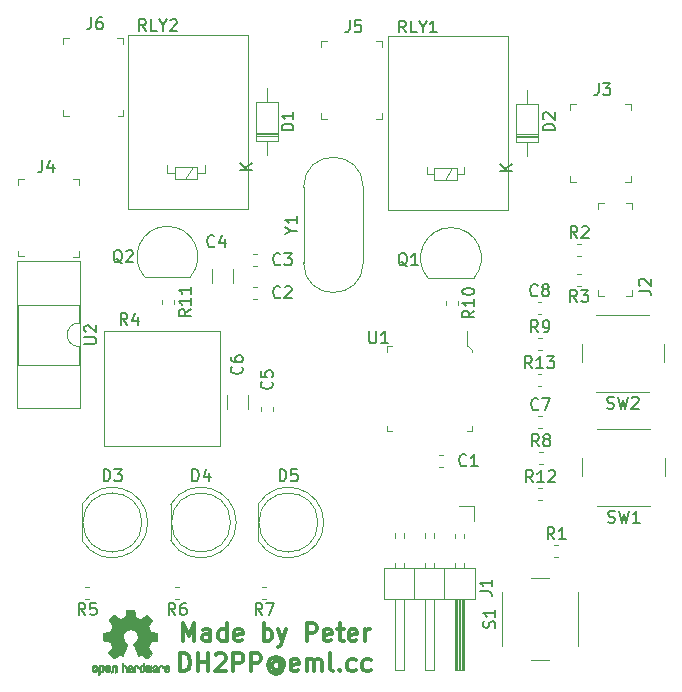
<source format=gbr>
%TF.GenerationSoftware,KiCad,Pcbnew,5.1.6-c6e7f7d~87~ubuntu20.04.1*%
%TF.CreationDate,2021-03-09T18:46:47+01:00*%
%TF.ProjectId,arduBell,61726475-4265-46c6-9c2e-6b696361645f,rev?*%
%TF.SameCoordinates,Original*%
%TF.FileFunction,Legend,Top*%
%TF.FilePolarity,Positive*%
%FSLAX46Y46*%
G04 Gerber Fmt 4.6, Leading zero omitted, Abs format (unit mm)*
G04 Created by KiCad (PCBNEW 5.1.6-c6e7f7d~87~ubuntu20.04.1) date 2021-03-09 18:46:47*
%MOMM*%
%LPD*%
G01*
G04 APERTURE LIST*
%ADD10C,0.300000*%
%ADD11C,0.010000*%
%ADD12C,0.120000*%
%ADD13C,0.100000*%
%ADD14C,0.150000*%
G04 APERTURE END LIST*
D10*
X84012571Y-70389571D02*
X84012571Y-68889571D01*
X84512571Y-69961000D01*
X85012571Y-68889571D01*
X85012571Y-70389571D01*
X86369714Y-70389571D02*
X86369714Y-69603857D01*
X86298285Y-69461000D01*
X86155428Y-69389571D01*
X85869714Y-69389571D01*
X85726857Y-69461000D01*
X86369714Y-70318142D02*
X86226857Y-70389571D01*
X85869714Y-70389571D01*
X85726857Y-70318142D01*
X85655428Y-70175285D01*
X85655428Y-70032428D01*
X85726857Y-69889571D01*
X85869714Y-69818142D01*
X86226857Y-69818142D01*
X86369714Y-69746714D01*
X87726857Y-70389571D02*
X87726857Y-68889571D01*
X87726857Y-70318142D02*
X87584000Y-70389571D01*
X87298285Y-70389571D01*
X87155428Y-70318142D01*
X87084000Y-70246714D01*
X87012571Y-70103857D01*
X87012571Y-69675285D01*
X87084000Y-69532428D01*
X87155428Y-69461000D01*
X87298285Y-69389571D01*
X87584000Y-69389571D01*
X87726857Y-69461000D01*
X89012571Y-70318142D02*
X88869714Y-70389571D01*
X88584000Y-70389571D01*
X88441142Y-70318142D01*
X88369714Y-70175285D01*
X88369714Y-69603857D01*
X88441142Y-69461000D01*
X88584000Y-69389571D01*
X88869714Y-69389571D01*
X89012571Y-69461000D01*
X89084000Y-69603857D01*
X89084000Y-69746714D01*
X88369714Y-69889571D01*
X90869714Y-70389571D02*
X90869714Y-68889571D01*
X90869714Y-69461000D02*
X91012571Y-69389571D01*
X91298285Y-69389571D01*
X91441142Y-69461000D01*
X91512571Y-69532428D01*
X91584000Y-69675285D01*
X91584000Y-70103857D01*
X91512571Y-70246714D01*
X91441142Y-70318142D01*
X91298285Y-70389571D01*
X91012571Y-70389571D01*
X90869714Y-70318142D01*
X92084000Y-69389571D02*
X92441142Y-70389571D01*
X92798285Y-69389571D02*
X92441142Y-70389571D01*
X92298285Y-70746714D01*
X92226857Y-70818142D01*
X92084000Y-70889571D01*
X94512571Y-70389571D02*
X94512571Y-68889571D01*
X95084000Y-68889571D01*
X95226857Y-68961000D01*
X95298285Y-69032428D01*
X95369714Y-69175285D01*
X95369714Y-69389571D01*
X95298285Y-69532428D01*
X95226857Y-69603857D01*
X95084000Y-69675285D01*
X94512571Y-69675285D01*
X96584000Y-70318142D02*
X96441142Y-70389571D01*
X96155428Y-70389571D01*
X96012571Y-70318142D01*
X95941142Y-70175285D01*
X95941142Y-69603857D01*
X96012571Y-69461000D01*
X96155428Y-69389571D01*
X96441142Y-69389571D01*
X96584000Y-69461000D01*
X96655428Y-69603857D01*
X96655428Y-69746714D01*
X95941142Y-69889571D01*
X97084000Y-69389571D02*
X97655428Y-69389571D01*
X97298285Y-68889571D02*
X97298285Y-70175285D01*
X97369714Y-70318142D01*
X97512571Y-70389571D01*
X97655428Y-70389571D01*
X98726857Y-70318142D02*
X98584000Y-70389571D01*
X98298285Y-70389571D01*
X98155428Y-70318142D01*
X98084000Y-70175285D01*
X98084000Y-69603857D01*
X98155428Y-69461000D01*
X98298285Y-69389571D01*
X98584000Y-69389571D01*
X98726857Y-69461000D01*
X98798285Y-69603857D01*
X98798285Y-69746714D01*
X98084000Y-69889571D01*
X99441142Y-70389571D02*
X99441142Y-69389571D01*
X99441142Y-69675285D02*
X99512571Y-69532428D01*
X99584000Y-69461000D01*
X99726857Y-69389571D01*
X99869714Y-69389571D01*
X83798285Y-72939571D02*
X83798285Y-71439571D01*
X84155428Y-71439571D01*
X84369714Y-71511000D01*
X84512571Y-71653857D01*
X84584000Y-71796714D01*
X84655428Y-72082428D01*
X84655428Y-72296714D01*
X84584000Y-72582428D01*
X84512571Y-72725285D01*
X84369714Y-72868142D01*
X84155428Y-72939571D01*
X83798285Y-72939571D01*
X85298285Y-72939571D02*
X85298285Y-71439571D01*
X85298285Y-72153857D02*
X86155428Y-72153857D01*
X86155428Y-72939571D02*
X86155428Y-71439571D01*
X86798285Y-71582428D02*
X86869714Y-71511000D01*
X87012571Y-71439571D01*
X87369714Y-71439571D01*
X87512571Y-71511000D01*
X87584000Y-71582428D01*
X87655428Y-71725285D01*
X87655428Y-71868142D01*
X87584000Y-72082428D01*
X86726857Y-72939571D01*
X87655428Y-72939571D01*
X88298285Y-72939571D02*
X88298285Y-71439571D01*
X88869714Y-71439571D01*
X89012571Y-71511000D01*
X89084000Y-71582428D01*
X89155428Y-71725285D01*
X89155428Y-71939571D01*
X89084000Y-72082428D01*
X89012571Y-72153857D01*
X88869714Y-72225285D01*
X88298285Y-72225285D01*
X89798285Y-72939571D02*
X89798285Y-71439571D01*
X90369714Y-71439571D01*
X90512571Y-71511000D01*
X90584000Y-71582428D01*
X90655428Y-71725285D01*
X90655428Y-71939571D01*
X90584000Y-72082428D01*
X90512571Y-72153857D01*
X90369714Y-72225285D01*
X89798285Y-72225285D01*
X92226857Y-72225285D02*
X92155428Y-72153857D01*
X92012571Y-72082428D01*
X91869714Y-72082428D01*
X91726857Y-72153857D01*
X91655428Y-72225285D01*
X91584000Y-72368142D01*
X91584000Y-72511000D01*
X91655428Y-72653857D01*
X91726857Y-72725285D01*
X91869714Y-72796714D01*
X92012571Y-72796714D01*
X92155428Y-72725285D01*
X92226857Y-72653857D01*
X92226857Y-72082428D02*
X92226857Y-72653857D01*
X92298285Y-72725285D01*
X92369714Y-72725285D01*
X92512571Y-72653857D01*
X92584000Y-72511000D01*
X92584000Y-72153857D01*
X92441142Y-71939571D01*
X92226857Y-71796714D01*
X91941142Y-71725285D01*
X91655428Y-71796714D01*
X91441142Y-71939571D01*
X91298285Y-72153857D01*
X91226857Y-72439571D01*
X91298285Y-72725285D01*
X91441142Y-72939571D01*
X91655428Y-73082428D01*
X91941142Y-73153857D01*
X92226857Y-73082428D01*
X92441142Y-72939571D01*
X93798285Y-72868142D02*
X93655428Y-72939571D01*
X93369714Y-72939571D01*
X93226857Y-72868142D01*
X93155428Y-72725285D01*
X93155428Y-72153857D01*
X93226857Y-72011000D01*
X93369714Y-71939571D01*
X93655428Y-71939571D01*
X93798285Y-72011000D01*
X93869714Y-72153857D01*
X93869714Y-72296714D01*
X93155428Y-72439571D01*
X94512571Y-72939571D02*
X94512571Y-71939571D01*
X94512571Y-72082428D02*
X94584000Y-72011000D01*
X94726857Y-71939571D01*
X94941142Y-71939571D01*
X95084000Y-72011000D01*
X95155428Y-72153857D01*
X95155428Y-72939571D01*
X95155428Y-72153857D02*
X95226857Y-72011000D01*
X95369714Y-71939571D01*
X95584000Y-71939571D01*
X95726857Y-72011000D01*
X95798285Y-72153857D01*
X95798285Y-72939571D01*
X96726857Y-72939571D02*
X96584000Y-72868142D01*
X96512571Y-72725285D01*
X96512571Y-71439571D01*
X97298285Y-72796714D02*
X97369714Y-72868142D01*
X97298285Y-72939571D01*
X97226857Y-72868142D01*
X97298285Y-72796714D01*
X97298285Y-72939571D01*
X98655428Y-72868142D02*
X98512571Y-72939571D01*
X98226857Y-72939571D01*
X98084000Y-72868142D01*
X98012571Y-72796714D01*
X97941142Y-72653857D01*
X97941142Y-72225285D01*
X98012571Y-72082428D01*
X98084000Y-72011000D01*
X98226857Y-71939571D01*
X98512571Y-71939571D01*
X98655428Y-72011000D01*
X99941142Y-72868142D02*
X99798285Y-72939571D01*
X99512571Y-72939571D01*
X99369714Y-72868142D01*
X99298285Y-72796714D01*
X99226857Y-72653857D01*
X99226857Y-72225285D01*
X99298285Y-72082428D01*
X99369714Y-72011000D01*
X99512571Y-71939571D01*
X99798285Y-71939571D01*
X99941142Y-72011000D01*
D11*
%TO.C,REF\u002A\u002A*%
G36*
X77183744Y-72405918D02*
G01*
X77239201Y-72433568D01*
X77288148Y-72484480D01*
X77301629Y-72503338D01*
X77316314Y-72528015D01*
X77325842Y-72554816D01*
X77331293Y-72590587D01*
X77333747Y-72642169D01*
X77334286Y-72710267D01*
X77331852Y-72803588D01*
X77323394Y-72873657D01*
X77307174Y-72925931D01*
X77281454Y-72965869D01*
X77244497Y-72998929D01*
X77241782Y-73000886D01*
X77205360Y-73020908D01*
X77161502Y-73030815D01*
X77105724Y-73033257D01*
X77015048Y-73033257D01*
X77015010Y-73121283D01*
X77014166Y-73170308D01*
X77009024Y-73199065D01*
X76995587Y-73216311D01*
X76969858Y-73230808D01*
X76963679Y-73233769D01*
X76934764Y-73247648D01*
X76912376Y-73256414D01*
X76895729Y-73257171D01*
X76884036Y-73247023D01*
X76876510Y-73223073D01*
X76872366Y-73182426D01*
X76870815Y-73122186D01*
X76871071Y-73039455D01*
X76872349Y-72931339D01*
X76872748Y-72899000D01*
X76874185Y-72787524D01*
X76875472Y-72714603D01*
X77014971Y-72714603D01*
X77015755Y-72776499D01*
X77019240Y-72816997D01*
X77027124Y-72843708D01*
X77041105Y-72864244D01*
X77050597Y-72874260D01*
X77089404Y-72903567D01*
X77123763Y-72905952D01*
X77159216Y-72881750D01*
X77160114Y-72880857D01*
X77174539Y-72862153D01*
X77183313Y-72836732D01*
X77187739Y-72797584D01*
X77189118Y-72737697D01*
X77189143Y-72724430D01*
X77185812Y-72641901D01*
X77174969Y-72584691D01*
X77155340Y-72549766D01*
X77125650Y-72534094D01*
X77108491Y-72532514D01*
X77067766Y-72539926D01*
X77039832Y-72564330D01*
X77023017Y-72608980D01*
X77015650Y-72677130D01*
X77014971Y-72714603D01*
X76875472Y-72714603D01*
X76875708Y-72701245D01*
X76877677Y-72636333D01*
X76880450Y-72588958D01*
X76884388Y-72555290D01*
X76889849Y-72531498D01*
X76897192Y-72513753D01*
X76906777Y-72498224D01*
X76910887Y-72492381D01*
X76965405Y-72437185D01*
X77034336Y-72405890D01*
X77114072Y-72397165D01*
X77183744Y-72405918D01*
G37*
X77183744Y-72405918D02*
X77239201Y-72433568D01*
X77288148Y-72484480D01*
X77301629Y-72503338D01*
X77316314Y-72528015D01*
X77325842Y-72554816D01*
X77331293Y-72590587D01*
X77333747Y-72642169D01*
X77334286Y-72710267D01*
X77331852Y-72803588D01*
X77323394Y-72873657D01*
X77307174Y-72925931D01*
X77281454Y-72965869D01*
X77244497Y-72998929D01*
X77241782Y-73000886D01*
X77205360Y-73020908D01*
X77161502Y-73030815D01*
X77105724Y-73033257D01*
X77015048Y-73033257D01*
X77015010Y-73121283D01*
X77014166Y-73170308D01*
X77009024Y-73199065D01*
X76995587Y-73216311D01*
X76969858Y-73230808D01*
X76963679Y-73233769D01*
X76934764Y-73247648D01*
X76912376Y-73256414D01*
X76895729Y-73257171D01*
X76884036Y-73247023D01*
X76876510Y-73223073D01*
X76872366Y-73182426D01*
X76870815Y-73122186D01*
X76871071Y-73039455D01*
X76872349Y-72931339D01*
X76872748Y-72899000D01*
X76874185Y-72787524D01*
X76875472Y-72714603D01*
X77014971Y-72714603D01*
X77015755Y-72776499D01*
X77019240Y-72816997D01*
X77027124Y-72843708D01*
X77041105Y-72864244D01*
X77050597Y-72874260D01*
X77089404Y-72903567D01*
X77123763Y-72905952D01*
X77159216Y-72881750D01*
X77160114Y-72880857D01*
X77174539Y-72862153D01*
X77183313Y-72836732D01*
X77187739Y-72797584D01*
X77189118Y-72737697D01*
X77189143Y-72724430D01*
X77185812Y-72641901D01*
X77174969Y-72584691D01*
X77155340Y-72549766D01*
X77125650Y-72534094D01*
X77108491Y-72532514D01*
X77067766Y-72539926D01*
X77039832Y-72564330D01*
X77023017Y-72608980D01*
X77015650Y-72677130D01*
X77014971Y-72714603D01*
X76875472Y-72714603D01*
X76875708Y-72701245D01*
X76877677Y-72636333D01*
X76880450Y-72588958D01*
X76884388Y-72555290D01*
X76889849Y-72531498D01*
X76897192Y-72513753D01*
X76906777Y-72498224D01*
X76910887Y-72492381D01*
X76965405Y-72437185D01*
X77034336Y-72405890D01*
X77114072Y-72397165D01*
X77183744Y-72405918D01*
G36*
X78300093Y-72413780D02*
G01*
X78346672Y-72440723D01*
X78379057Y-72467466D01*
X78402742Y-72495484D01*
X78419059Y-72529748D01*
X78429339Y-72575227D01*
X78434914Y-72636892D01*
X78437116Y-72719711D01*
X78437371Y-72779246D01*
X78437371Y-72998391D01*
X78375686Y-73026044D01*
X78314000Y-73053697D01*
X78306743Y-72813670D01*
X78303744Y-72724028D01*
X78300598Y-72658962D01*
X78296701Y-72614026D01*
X78291447Y-72584770D01*
X78284231Y-72566748D01*
X78274450Y-72555511D01*
X78271312Y-72553079D01*
X78223761Y-72534083D01*
X78175697Y-72541600D01*
X78147086Y-72561543D01*
X78135447Y-72575675D01*
X78127391Y-72594220D01*
X78122271Y-72622334D01*
X78119441Y-72665173D01*
X78118256Y-72727895D01*
X78118057Y-72793261D01*
X78118018Y-72875268D01*
X78116614Y-72933316D01*
X78111914Y-72972465D01*
X78101987Y-72997780D01*
X78084903Y-73014323D01*
X78058732Y-73027156D01*
X78023775Y-73040491D01*
X77985596Y-73055007D01*
X77990141Y-72797389D01*
X77991971Y-72704519D01*
X77994112Y-72635889D01*
X77997181Y-72586711D01*
X78001794Y-72552198D01*
X78008568Y-72527562D01*
X78018119Y-72508016D01*
X78029634Y-72490770D01*
X78085190Y-72435680D01*
X78152980Y-72403822D01*
X78226713Y-72396191D01*
X78300093Y-72413780D01*
G37*
X78300093Y-72413780D02*
X78346672Y-72440723D01*
X78379057Y-72467466D01*
X78402742Y-72495484D01*
X78419059Y-72529748D01*
X78429339Y-72575227D01*
X78434914Y-72636892D01*
X78437116Y-72719711D01*
X78437371Y-72779246D01*
X78437371Y-72998391D01*
X78375686Y-73026044D01*
X78314000Y-73053697D01*
X78306743Y-72813670D01*
X78303744Y-72724028D01*
X78300598Y-72658962D01*
X78296701Y-72614026D01*
X78291447Y-72584770D01*
X78284231Y-72566748D01*
X78274450Y-72555511D01*
X78271312Y-72553079D01*
X78223761Y-72534083D01*
X78175697Y-72541600D01*
X78147086Y-72561543D01*
X78135447Y-72575675D01*
X78127391Y-72594220D01*
X78122271Y-72622334D01*
X78119441Y-72665173D01*
X78118256Y-72727895D01*
X78118057Y-72793261D01*
X78118018Y-72875268D01*
X78116614Y-72933316D01*
X78111914Y-72972465D01*
X78101987Y-72997780D01*
X78084903Y-73014323D01*
X78058732Y-73027156D01*
X78023775Y-73040491D01*
X77985596Y-73055007D01*
X77990141Y-72797389D01*
X77991971Y-72704519D01*
X77994112Y-72635889D01*
X77997181Y-72586711D01*
X78001794Y-72552198D01*
X78008568Y-72527562D01*
X78018119Y-72508016D01*
X78029634Y-72490770D01*
X78085190Y-72435680D01*
X78152980Y-72403822D01*
X78226713Y-72396191D01*
X78300093Y-72413780D01*
G36*
X76625115Y-72407962D02*
G01*
X76693145Y-72443733D01*
X76743351Y-72501301D01*
X76761185Y-72538312D01*
X76775063Y-72593882D01*
X76782167Y-72664096D01*
X76782840Y-72740727D01*
X76777427Y-72815552D01*
X76766270Y-72880342D01*
X76749714Y-72926873D01*
X76744626Y-72934887D01*
X76684355Y-72994707D01*
X76612769Y-73030535D01*
X76535092Y-73041020D01*
X76456548Y-73024810D01*
X76434689Y-73015092D01*
X76392122Y-72985143D01*
X76354763Y-72945433D01*
X76351232Y-72940397D01*
X76336881Y-72916124D01*
X76327394Y-72890178D01*
X76321790Y-72856022D01*
X76319086Y-72807119D01*
X76318299Y-72736935D01*
X76318286Y-72721200D01*
X76318322Y-72716192D01*
X76463429Y-72716192D01*
X76464273Y-72782430D01*
X76467596Y-72826386D01*
X76474583Y-72854779D01*
X76486416Y-72874325D01*
X76492457Y-72880857D01*
X76527186Y-72905680D01*
X76560903Y-72904548D01*
X76594995Y-72883016D01*
X76615329Y-72860029D01*
X76627371Y-72826478D01*
X76634134Y-72773569D01*
X76634598Y-72767399D01*
X76635752Y-72671513D01*
X76623688Y-72600299D01*
X76598570Y-72554194D01*
X76560560Y-72533635D01*
X76546992Y-72532514D01*
X76511364Y-72538152D01*
X76486994Y-72557686D01*
X76472093Y-72595042D01*
X76464875Y-72654150D01*
X76463429Y-72716192D01*
X76318322Y-72716192D01*
X76318826Y-72646413D01*
X76321096Y-72594159D01*
X76326068Y-72557949D01*
X76334713Y-72531299D01*
X76348005Y-72507722D01*
X76350943Y-72503338D01*
X76400313Y-72444249D01*
X76454109Y-72409947D01*
X76519602Y-72396331D01*
X76541842Y-72395665D01*
X76625115Y-72407962D01*
G37*
X76625115Y-72407962D02*
X76693145Y-72443733D01*
X76743351Y-72501301D01*
X76761185Y-72538312D01*
X76775063Y-72593882D01*
X76782167Y-72664096D01*
X76782840Y-72740727D01*
X76777427Y-72815552D01*
X76766270Y-72880342D01*
X76749714Y-72926873D01*
X76744626Y-72934887D01*
X76684355Y-72994707D01*
X76612769Y-73030535D01*
X76535092Y-73041020D01*
X76456548Y-73024810D01*
X76434689Y-73015092D01*
X76392122Y-72985143D01*
X76354763Y-72945433D01*
X76351232Y-72940397D01*
X76336881Y-72916124D01*
X76327394Y-72890178D01*
X76321790Y-72856022D01*
X76319086Y-72807119D01*
X76318299Y-72736935D01*
X76318286Y-72721200D01*
X76318322Y-72716192D01*
X76463429Y-72716192D01*
X76464273Y-72782430D01*
X76467596Y-72826386D01*
X76474583Y-72854779D01*
X76486416Y-72874325D01*
X76492457Y-72880857D01*
X76527186Y-72905680D01*
X76560903Y-72904548D01*
X76594995Y-72883016D01*
X76615329Y-72860029D01*
X76627371Y-72826478D01*
X76634134Y-72773569D01*
X76634598Y-72767399D01*
X76635752Y-72671513D01*
X76623688Y-72600299D01*
X76598570Y-72554194D01*
X76560560Y-72533635D01*
X76546992Y-72532514D01*
X76511364Y-72538152D01*
X76486994Y-72557686D01*
X76472093Y-72595042D01*
X76464875Y-72654150D01*
X76463429Y-72716192D01*
X76318322Y-72716192D01*
X76318826Y-72646413D01*
X76321096Y-72594159D01*
X76326068Y-72557949D01*
X76334713Y-72531299D01*
X76348005Y-72507722D01*
X76350943Y-72503338D01*
X76400313Y-72444249D01*
X76454109Y-72409947D01*
X76519602Y-72396331D01*
X76541842Y-72395665D01*
X76625115Y-72407962D01*
G36*
X77752303Y-72417239D02*
G01*
X77809527Y-72455735D01*
X77853749Y-72511335D01*
X77880167Y-72582086D01*
X77885510Y-72634162D01*
X77884903Y-72655893D01*
X77879822Y-72672531D01*
X77865855Y-72687437D01*
X77838589Y-72703973D01*
X77793612Y-72725498D01*
X77726511Y-72755374D01*
X77726171Y-72755524D01*
X77664407Y-72783813D01*
X77613759Y-72808933D01*
X77579404Y-72828179D01*
X77566518Y-72838848D01*
X77566514Y-72838934D01*
X77577872Y-72862166D01*
X77604431Y-72887774D01*
X77634923Y-72906221D01*
X77650370Y-72909886D01*
X77692515Y-72897212D01*
X77728808Y-72865471D01*
X77746517Y-72830572D01*
X77763552Y-72804845D01*
X77796922Y-72775546D01*
X77836149Y-72750235D01*
X77870756Y-72736471D01*
X77877993Y-72735714D01*
X77886139Y-72748160D01*
X77886630Y-72779972D01*
X77880643Y-72822866D01*
X77869357Y-72868558D01*
X77853950Y-72908761D01*
X77853171Y-72910322D01*
X77806804Y-72975062D01*
X77746711Y-73019097D01*
X77678465Y-73040711D01*
X77607638Y-73038185D01*
X77539804Y-73009804D01*
X77536788Y-73007808D01*
X77483427Y-72959448D01*
X77448340Y-72896352D01*
X77428922Y-72813387D01*
X77426316Y-72790078D01*
X77421701Y-72680055D01*
X77427233Y-72628748D01*
X77566514Y-72628748D01*
X77568324Y-72660753D01*
X77578222Y-72670093D01*
X77602898Y-72663105D01*
X77641795Y-72646587D01*
X77685275Y-72625881D01*
X77686356Y-72625333D01*
X77723209Y-72605949D01*
X77738000Y-72593013D01*
X77734353Y-72579451D01*
X77718995Y-72561632D01*
X77679923Y-72535845D01*
X77637846Y-72533950D01*
X77600103Y-72552717D01*
X77574034Y-72588915D01*
X77566514Y-72628748D01*
X77427233Y-72628748D01*
X77431194Y-72592027D01*
X77455550Y-72522212D01*
X77489456Y-72473302D01*
X77550653Y-72423878D01*
X77618063Y-72399359D01*
X77686880Y-72397797D01*
X77752303Y-72417239D01*
G37*
X77752303Y-72417239D02*
X77809527Y-72455735D01*
X77853749Y-72511335D01*
X77880167Y-72582086D01*
X77885510Y-72634162D01*
X77884903Y-72655893D01*
X77879822Y-72672531D01*
X77865855Y-72687437D01*
X77838589Y-72703973D01*
X77793612Y-72725498D01*
X77726511Y-72755374D01*
X77726171Y-72755524D01*
X77664407Y-72783813D01*
X77613759Y-72808933D01*
X77579404Y-72828179D01*
X77566518Y-72838848D01*
X77566514Y-72838934D01*
X77577872Y-72862166D01*
X77604431Y-72887774D01*
X77634923Y-72906221D01*
X77650370Y-72909886D01*
X77692515Y-72897212D01*
X77728808Y-72865471D01*
X77746517Y-72830572D01*
X77763552Y-72804845D01*
X77796922Y-72775546D01*
X77836149Y-72750235D01*
X77870756Y-72736471D01*
X77877993Y-72735714D01*
X77886139Y-72748160D01*
X77886630Y-72779972D01*
X77880643Y-72822866D01*
X77869357Y-72868558D01*
X77853950Y-72908761D01*
X77853171Y-72910322D01*
X77806804Y-72975062D01*
X77746711Y-73019097D01*
X77678465Y-73040711D01*
X77607638Y-73038185D01*
X77539804Y-73009804D01*
X77536788Y-73007808D01*
X77483427Y-72959448D01*
X77448340Y-72896352D01*
X77428922Y-72813387D01*
X77426316Y-72790078D01*
X77421701Y-72680055D01*
X77427233Y-72628748D01*
X77566514Y-72628748D01*
X77568324Y-72660753D01*
X77578222Y-72670093D01*
X77602898Y-72663105D01*
X77641795Y-72646587D01*
X77685275Y-72625881D01*
X77686356Y-72625333D01*
X77723209Y-72605949D01*
X77738000Y-72593013D01*
X77734353Y-72579451D01*
X77718995Y-72561632D01*
X77679923Y-72535845D01*
X77637846Y-72533950D01*
X77600103Y-72552717D01*
X77574034Y-72588915D01*
X77566514Y-72628748D01*
X77427233Y-72628748D01*
X77431194Y-72592027D01*
X77455550Y-72522212D01*
X77489456Y-72473302D01*
X77550653Y-72423878D01*
X77618063Y-72399359D01*
X77686880Y-72397797D01*
X77752303Y-72417239D01*
G36*
X78959886Y-72337289D02*
G01*
X78964139Y-72396613D01*
X78969025Y-72431572D01*
X78975795Y-72446820D01*
X78985702Y-72447015D01*
X78988914Y-72445195D01*
X79031644Y-72432015D01*
X79087227Y-72432785D01*
X79143737Y-72446333D01*
X79179082Y-72463861D01*
X79215321Y-72491861D01*
X79241813Y-72523549D01*
X79259999Y-72563813D01*
X79271322Y-72617543D01*
X79277222Y-72689626D01*
X79279143Y-72784951D01*
X79279177Y-72803237D01*
X79279200Y-73008646D01*
X79233491Y-73024580D01*
X79201027Y-73035420D01*
X79183215Y-73040468D01*
X79182691Y-73040514D01*
X79180937Y-73026828D01*
X79179444Y-72989076D01*
X79178326Y-72932224D01*
X79177697Y-72861234D01*
X79177600Y-72818073D01*
X79177398Y-72732973D01*
X79176358Y-72671981D01*
X79173831Y-72630177D01*
X79169164Y-72602642D01*
X79161707Y-72584456D01*
X79150811Y-72570698D01*
X79144007Y-72564073D01*
X79097272Y-72537375D01*
X79046272Y-72535375D01*
X79000001Y-72557955D01*
X78991444Y-72566107D01*
X78978893Y-72581436D01*
X78970188Y-72599618D01*
X78964631Y-72625909D01*
X78961526Y-72665562D01*
X78960176Y-72723832D01*
X78959886Y-72804173D01*
X78959886Y-73008646D01*
X78914177Y-73024580D01*
X78881713Y-73035420D01*
X78863901Y-73040468D01*
X78863377Y-73040514D01*
X78862037Y-73026623D01*
X78860828Y-72987439D01*
X78859801Y-72926700D01*
X78859002Y-72848141D01*
X78858481Y-72755498D01*
X78858286Y-72652509D01*
X78858286Y-72255342D01*
X78905457Y-72235444D01*
X78952629Y-72215547D01*
X78959886Y-72337289D01*
G37*
X78959886Y-72337289D02*
X78964139Y-72396613D01*
X78969025Y-72431572D01*
X78975795Y-72446820D01*
X78985702Y-72447015D01*
X78988914Y-72445195D01*
X79031644Y-72432015D01*
X79087227Y-72432785D01*
X79143737Y-72446333D01*
X79179082Y-72463861D01*
X79215321Y-72491861D01*
X79241813Y-72523549D01*
X79259999Y-72563813D01*
X79271322Y-72617543D01*
X79277222Y-72689626D01*
X79279143Y-72784951D01*
X79279177Y-72803237D01*
X79279200Y-73008646D01*
X79233491Y-73024580D01*
X79201027Y-73035420D01*
X79183215Y-73040468D01*
X79182691Y-73040514D01*
X79180937Y-73026828D01*
X79179444Y-72989076D01*
X79178326Y-72932224D01*
X79177697Y-72861234D01*
X79177600Y-72818073D01*
X79177398Y-72732973D01*
X79176358Y-72671981D01*
X79173831Y-72630177D01*
X79169164Y-72602642D01*
X79161707Y-72584456D01*
X79150811Y-72570698D01*
X79144007Y-72564073D01*
X79097272Y-72537375D01*
X79046272Y-72535375D01*
X79000001Y-72557955D01*
X78991444Y-72566107D01*
X78978893Y-72581436D01*
X78970188Y-72599618D01*
X78964631Y-72625909D01*
X78961526Y-72665562D01*
X78960176Y-72723832D01*
X78959886Y-72804173D01*
X78959886Y-73008646D01*
X78914177Y-73024580D01*
X78881713Y-73035420D01*
X78863901Y-73040468D01*
X78863377Y-73040514D01*
X78862037Y-73026623D01*
X78860828Y-72987439D01*
X78859801Y-72926700D01*
X78859002Y-72848141D01*
X78858481Y-72755498D01*
X78858286Y-72652509D01*
X78858286Y-72255342D01*
X78905457Y-72235444D01*
X78952629Y-72215547D01*
X78959886Y-72337289D01*
G36*
X79623744Y-72436968D02*
G01*
X79680616Y-72458087D01*
X79681267Y-72458493D01*
X79716440Y-72484380D01*
X79742407Y-72514633D01*
X79760670Y-72554058D01*
X79772732Y-72607462D01*
X79780096Y-72679651D01*
X79784264Y-72775432D01*
X79784629Y-72789078D01*
X79789876Y-72994842D01*
X79745716Y-73017678D01*
X79713763Y-73033110D01*
X79694470Y-73040423D01*
X79693578Y-73040514D01*
X79690239Y-73027022D01*
X79687587Y-72990626D01*
X79685956Y-72937452D01*
X79685600Y-72894393D01*
X79685592Y-72824641D01*
X79682403Y-72780837D01*
X79671288Y-72759944D01*
X79647501Y-72758925D01*
X79606296Y-72774741D01*
X79544086Y-72803815D01*
X79498341Y-72827963D01*
X79474813Y-72848913D01*
X79467896Y-72871747D01*
X79467886Y-72872877D01*
X79479299Y-72912212D01*
X79513092Y-72933462D01*
X79564809Y-72936539D01*
X79602061Y-72936006D01*
X79621703Y-72946735D01*
X79633952Y-72972505D01*
X79641002Y-73005337D01*
X79630842Y-73023966D01*
X79627017Y-73026632D01*
X79591001Y-73037340D01*
X79540566Y-73038856D01*
X79488626Y-73031759D01*
X79451822Y-73018788D01*
X79400938Y-72975585D01*
X79372014Y-72915446D01*
X79366286Y-72868462D01*
X79370657Y-72826082D01*
X79386475Y-72791488D01*
X79417797Y-72760763D01*
X79468678Y-72729990D01*
X79543176Y-72695252D01*
X79547714Y-72693288D01*
X79614821Y-72662287D01*
X79656232Y-72636862D01*
X79673981Y-72614014D01*
X79670107Y-72590745D01*
X79646643Y-72564056D01*
X79639627Y-72557914D01*
X79592630Y-72534100D01*
X79543933Y-72535103D01*
X79501522Y-72558451D01*
X79473384Y-72601675D01*
X79470769Y-72610160D01*
X79445308Y-72651308D01*
X79413001Y-72671128D01*
X79366286Y-72690770D01*
X79366286Y-72639950D01*
X79380496Y-72566082D01*
X79422675Y-72498327D01*
X79444624Y-72475661D01*
X79494517Y-72446569D01*
X79557967Y-72433400D01*
X79623744Y-72436968D01*
G37*
X79623744Y-72436968D02*
X79680616Y-72458087D01*
X79681267Y-72458493D01*
X79716440Y-72484380D01*
X79742407Y-72514633D01*
X79760670Y-72554058D01*
X79772732Y-72607462D01*
X79780096Y-72679651D01*
X79784264Y-72775432D01*
X79784629Y-72789078D01*
X79789876Y-72994842D01*
X79745716Y-73017678D01*
X79713763Y-73033110D01*
X79694470Y-73040423D01*
X79693578Y-73040514D01*
X79690239Y-73027022D01*
X79687587Y-72990626D01*
X79685956Y-72937452D01*
X79685600Y-72894393D01*
X79685592Y-72824641D01*
X79682403Y-72780837D01*
X79671288Y-72759944D01*
X79647501Y-72758925D01*
X79606296Y-72774741D01*
X79544086Y-72803815D01*
X79498341Y-72827963D01*
X79474813Y-72848913D01*
X79467896Y-72871747D01*
X79467886Y-72872877D01*
X79479299Y-72912212D01*
X79513092Y-72933462D01*
X79564809Y-72936539D01*
X79602061Y-72936006D01*
X79621703Y-72946735D01*
X79633952Y-72972505D01*
X79641002Y-73005337D01*
X79630842Y-73023966D01*
X79627017Y-73026632D01*
X79591001Y-73037340D01*
X79540566Y-73038856D01*
X79488626Y-73031759D01*
X79451822Y-73018788D01*
X79400938Y-72975585D01*
X79372014Y-72915446D01*
X79366286Y-72868462D01*
X79370657Y-72826082D01*
X79386475Y-72791488D01*
X79417797Y-72760763D01*
X79468678Y-72729990D01*
X79543176Y-72695252D01*
X79547714Y-72693288D01*
X79614821Y-72662287D01*
X79656232Y-72636862D01*
X79673981Y-72614014D01*
X79670107Y-72590745D01*
X79646643Y-72564056D01*
X79639627Y-72557914D01*
X79592630Y-72534100D01*
X79543933Y-72535103D01*
X79501522Y-72558451D01*
X79473384Y-72601675D01*
X79470769Y-72610160D01*
X79445308Y-72651308D01*
X79413001Y-72671128D01*
X79366286Y-72690770D01*
X79366286Y-72639950D01*
X79380496Y-72566082D01*
X79422675Y-72498327D01*
X79444624Y-72475661D01*
X79494517Y-72446569D01*
X79557967Y-72433400D01*
X79623744Y-72436968D01*
G36*
X80113926Y-72435755D02*
G01*
X80179858Y-72460084D01*
X80233273Y-72503117D01*
X80254164Y-72533409D01*
X80276939Y-72588994D01*
X80276466Y-72629186D01*
X80252562Y-72656217D01*
X80243717Y-72660813D01*
X80205530Y-72675144D01*
X80186028Y-72671472D01*
X80179422Y-72647407D01*
X80179086Y-72634114D01*
X80166992Y-72585210D01*
X80135471Y-72550999D01*
X80091659Y-72534476D01*
X80042695Y-72538634D01*
X80002894Y-72560227D01*
X79989450Y-72572544D01*
X79979921Y-72587487D01*
X79973485Y-72610075D01*
X79969317Y-72645328D01*
X79966597Y-72698266D01*
X79964502Y-72773907D01*
X79963960Y-72797857D01*
X79961981Y-72879790D01*
X79959731Y-72937455D01*
X79956357Y-72975608D01*
X79951006Y-72999004D01*
X79942824Y-73012398D01*
X79930959Y-73020545D01*
X79923362Y-73024144D01*
X79891102Y-73036452D01*
X79872111Y-73040514D01*
X79865836Y-73026948D01*
X79862006Y-72985934D01*
X79860600Y-72916999D01*
X79861598Y-72819669D01*
X79861908Y-72804657D01*
X79864101Y-72715859D01*
X79866693Y-72651019D01*
X79870382Y-72605067D01*
X79875864Y-72572935D01*
X79883835Y-72549553D01*
X79894993Y-72529852D01*
X79900830Y-72521410D01*
X79934296Y-72484057D01*
X79971727Y-72455003D01*
X79976309Y-72452467D01*
X80043426Y-72432443D01*
X80113926Y-72435755D01*
G37*
X80113926Y-72435755D02*
X80179858Y-72460084D01*
X80233273Y-72503117D01*
X80254164Y-72533409D01*
X80276939Y-72588994D01*
X80276466Y-72629186D01*
X80252562Y-72656217D01*
X80243717Y-72660813D01*
X80205530Y-72675144D01*
X80186028Y-72671472D01*
X80179422Y-72647407D01*
X80179086Y-72634114D01*
X80166992Y-72585210D01*
X80135471Y-72550999D01*
X80091659Y-72534476D01*
X80042695Y-72538634D01*
X80002894Y-72560227D01*
X79989450Y-72572544D01*
X79979921Y-72587487D01*
X79973485Y-72610075D01*
X79969317Y-72645328D01*
X79966597Y-72698266D01*
X79964502Y-72773907D01*
X79963960Y-72797857D01*
X79961981Y-72879790D01*
X79959731Y-72937455D01*
X79956357Y-72975608D01*
X79951006Y-72999004D01*
X79942824Y-73012398D01*
X79930959Y-73020545D01*
X79923362Y-73024144D01*
X79891102Y-73036452D01*
X79872111Y-73040514D01*
X79865836Y-73026948D01*
X79862006Y-72985934D01*
X79860600Y-72916999D01*
X79861598Y-72819669D01*
X79861908Y-72804657D01*
X79864101Y-72715859D01*
X79866693Y-72651019D01*
X79870382Y-72605067D01*
X79875864Y-72572935D01*
X79883835Y-72549553D01*
X79894993Y-72529852D01*
X79900830Y-72521410D01*
X79934296Y-72484057D01*
X79971727Y-72455003D01*
X79976309Y-72452467D01*
X80043426Y-72432443D01*
X80113926Y-72435755D01*
G36*
X80774117Y-72551358D02*
G01*
X80773933Y-72659837D01*
X80773219Y-72743287D01*
X80771675Y-72805704D01*
X80769001Y-72851085D01*
X80764894Y-72883429D01*
X80759055Y-72906733D01*
X80751182Y-72924995D01*
X80745221Y-72935418D01*
X80695855Y-72991945D01*
X80633264Y-73027377D01*
X80564013Y-73040090D01*
X80494668Y-73028463D01*
X80453375Y-73007568D01*
X80410025Y-72971422D01*
X80380481Y-72927276D01*
X80362655Y-72869462D01*
X80354463Y-72792313D01*
X80353302Y-72735714D01*
X80353458Y-72731647D01*
X80454857Y-72731647D01*
X80455476Y-72796550D01*
X80458314Y-72839514D01*
X80464840Y-72867622D01*
X80476523Y-72887953D01*
X80490483Y-72903288D01*
X80537365Y-72932890D01*
X80587701Y-72935419D01*
X80635276Y-72910705D01*
X80638979Y-72907356D01*
X80654783Y-72889935D01*
X80664693Y-72869209D01*
X80670058Y-72838362D01*
X80672228Y-72790577D01*
X80672571Y-72737748D01*
X80671827Y-72671381D01*
X80668748Y-72627106D01*
X80662061Y-72598009D01*
X80650496Y-72577173D01*
X80641013Y-72566107D01*
X80596960Y-72538198D01*
X80546224Y-72534843D01*
X80497796Y-72556159D01*
X80488450Y-72564073D01*
X80472540Y-72581647D01*
X80462610Y-72602587D01*
X80457278Y-72633782D01*
X80455163Y-72682122D01*
X80454857Y-72731647D01*
X80353458Y-72731647D01*
X80356810Y-72644568D01*
X80368726Y-72576086D01*
X80391135Y-72524600D01*
X80426124Y-72484443D01*
X80453375Y-72463861D01*
X80502907Y-72441625D01*
X80560316Y-72431304D01*
X80613682Y-72434067D01*
X80643543Y-72445212D01*
X80655261Y-72448383D01*
X80663037Y-72436557D01*
X80668465Y-72404866D01*
X80672571Y-72356593D01*
X80677067Y-72302829D01*
X80683313Y-72270482D01*
X80694676Y-72251985D01*
X80714528Y-72239770D01*
X80727000Y-72234362D01*
X80774171Y-72214601D01*
X80774117Y-72551358D01*
G37*
X80774117Y-72551358D02*
X80773933Y-72659837D01*
X80773219Y-72743287D01*
X80771675Y-72805704D01*
X80769001Y-72851085D01*
X80764894Y-72883429D01*
X80759055Y-72906733D01*
X80751182Y-72924995D01*
X80745221Y-72935418D01*
X80695855Y-72991945D01*
X80633264Y-73027377D01*
X80564013Y-73040090D01*
X80494668Y-73028463D01*
X80453375Y-73007568D01*
X80410025Y-72971422D01*
X80380481Y-72927276D01*
X80362655Y-72869462D01*
X80354463Y-72792313D01*
X80353302Y-72735714D01*
X80353458Y-72731647D01*
X80454857Y-72731647D01*
X80455476Y-72796550D01*
X80458314Y-72839514D01*
X80464840Y-72867622D01*
X80476523Y-72887953D01*
X80490483Y-72903288D01*
X80537365Y-72932890D01*
X80587701Y-72935419D01*
X80635276Y-72910705D01*
X80638979Y-72907356D01*
X80654783Y-72889935D01*
X80664693Y-72869209D01*
X80670058Y-72838362D01*
X80672228Y-72790577D01*
X80672571Y-72737748D01*
X80671827Y-72671381D01*
X80668748Y-72627106D01*
X80662061Y-72598009D01*
X80650496Y-72577173D01*
X80641013Y-72566107D01*
X80596960Y-72538198D01*
X80546224Y-72534843D01*
X80497796Y-72556159D01*
X80488450Y-72564073D01*
X80472540Y-72581647D01*
X80462610Y-72602587D01*
X80457278Y-72633782D01*
X80455163Y-72682122D01*
X80454857Y-72731647D01*
X80353458Y-72731647D01*
X80356810Y-72644568D01*
X80368726Y-72576086D01*
X80391135Y-72524600D01*
X80426124Y-72484443D01*
X80453375Y-72463861D01*
X80502907Y-72441625D01*
X80560316Y-72431304D01*
X80613682Y-72434067D01*
X80643543Y-72445212D01*
X80655261Y-72448383D01*
X80663037Y-72436557D01*
X80668465Y-72404866D01*
X80672571Y-72356593D01*
X80677067Y-72302829D01*
X80683313Y-72270482D01*
X80694676Y-72251985D01*
X80714528Y-72239770D01*
X80727000Y-72234362D01*
X80774171Y-72214601D01*
X80774117Y-72551358D01*
G36*
X81363833Y-72444663D02*
G01*
X81366048Y-72482850D01*
X81367784Y-72540886D01*
X81368899Y-72614180D01*
X81369257Y-72691055D01*
X81369257Y-72951196D01*
X81323326Y-72997127D01*
X81291675Y-73025429D01*
X81263890Y-73036893D01*
X81225915Y-73036168D01*
X81210840Y-73034321D01*
X81163726Y-73028948D01*
X81124756Y-73025869D01*
X81115257Y-73025585D01*
X81083233Y-73027445D01*
X81037432Y-73032114D01*
X81019674Y-73034321D01*
X80976057Y-73037735D01*
X80946745Y-73030320D01*
X80917680Y-73007427D01*
X80907188Y-72997127D01*
X80861257Y-72951196D01*
X80861257Y-72464602D01*
X80898226Y-72447758D01*
X80930059Y-72435282D01*
X80948683Y-72430914D01*
X80953458Y-72444718D01*
X80957921Y-72483286D01*
X80961775Y-72542356D01*
X80964722Y-72617663D01*
X80966143Y-72681286D01*
X80970114Y-72931657D01*
X81004759Y-72936556D01*
X81036268Y-72933131D01*
X81051708Y-72922041D01*
X81056023Y-72901308D01*
X81059708Y-72857145D01*
X81062469Y-72795146D01*
X81064012Y-72720909D01*
X81064235Y-72682706D01*
X81064457Y-72462783D01*
X81110166Y-72446849D01*
X81142518Y-72436015D01*
X81160115Y-72430962D01*
X81160623Y-72430914D01*
X81162388Y-72444648D01*
X81164329Y-72482730D01*
X81166282Y-72540482D01*
X81168084Y-72613227D01*
X81169343Y-72681286D01*
X81173314Y-72931657D01*
X81260400Y-72931657D01*
X81264396Y-72703240D01*
X81268392Y-72474822D01*
X81310847Y-72452868D01*
X81342192Y-72437793D01*
X81360744Y-72430951D01*
X81361279Y-72430914D01*
X81363833Y-72444663D01*
G37*
X81363833Y-72444663D02*
X81366048Y-72482850D01*
X81367784Y-72540886D01*
X81368899Y-72614180D01*
X81369257Y-72691055D01*
X81369257Y-72951196D01*
X81323326Y-72997127D01*
X81291675Y-73025429D01*
X81263890Y-73036893D01*
X81225915Y-73036168D01*
X81210840Y-73034321D01*
X81163726Y-73028948D01*
X81124756Y-73025869D01*
X81115257Y-73025585D01*
X81083233Y-73027445D01*
X81037432Y-73032114D01*
X81019674Y-73034321D01*
X80976057Y-73037735D01*
X80946745Y-73030320D01*
X80917680Y-73007427D01*
X80907188Y-72997127D01*
X80861257Y-72951196D01*
X80861257Y-72464602D01*
X80898226Y-72447758D01*
X80930059Y-72435282D01*
X80948683Y-72430914D01*
X80953458Y-72444718D01*
X80957921Y-72483286D01*
X80961775Y-72542356D01*
X80964722Y-72617663D01*
X80966143Y-72681286D01*
X80970114Y-72931657D01*
X81004759Y-72936556D01*
X81036268Y-72933131D01*
X81051708Y-72922041D01*
X81056023Y-72901308D01*
X81059708Y-72857145D01*
X81062469Y-72795146D01*
X81064012Y-72720909D01*
X81064235Y-72682706D01*
X81064457Y-72462783D01*
X81110166Y-72446849D01*
X81142518Y-72436015D01*
X81160115Y-72430962D01*
X81160623Y-72430914D01*
X81162388Y-72444648D01*
X81164329Y-72482730D01*
X81166282Y-72540482D01*
X81168084Y-72613227D01*
X81169343Y-72681286D01*
X81173314Y-72931657D01*
X81260400Y-72931657D01*
X81264396Y-72703240D01*
X81268392Y-72474822D01*
X81310847Y-72452868D01*
X81342192Y-72437793D01*
X81360744Y-72430951D01*
X81361279Y-72430914D01*
X81363833Y-72444663D01*
G36*
X81728876Y-72442335D02*
G01*
X81770667Y-72461344D01*
X81803469Y-72484378D01*
X81827503Y-72510133D01*
X81844097Y-72543358D01*
X81854577Y-72588800D01*
X81860271Y-72651207D01*
X81862507Y-72735327D01*
X81862743Y-72790721D01*
X81862743Y-73006826D01*
X81825774Y-73023670D01*
X81796656Y-73035981D01*
X81782231Y-73040514D01*
X81779472Y-73027025D01*
X81777282Y-72990653D01*
X81775942Y-72937542D01*
X81775657Y-72895372D01*
X81774434Y-72834447D01*
X81771136Y-72786115D01*
X81766321Y-72756518D01*
X81762496Y-72750229D01*
X81736783Y-72756652D01*
X81696418Y-72773125D01*
X81649679Y-72795458D01*
X81604845Y-72819457D01*
X81570193Y-72840930D01*
X81554002Y-72855685D01*
X81553938Y-72855845D01*
X81555330Y-72883152D01*
X81567818Y-72909219D01*
X81589743Y-72930392D01*
X81621743Y-72937474D01*
X81649092Y-72936649D01*
X81687826Y-72936042D01*
X81708158Y-72945116D01*
X81720369Y-72969092D01*
X81721909Y-72973613D01*
X81727203Y-73007806D01*
X81713047Y-73028568D01*
X81676148Y-73038462D01*
X81636289Y-73040292D01*
X81564562Y-73026727D01*
X81527432Y-73007355D01*
X81481576Y-72961845D01*
X81457256Y-72905983D01*
X81455073Y-72846957D01*
X81475629Y-72791953D01*
X81506549Y-72757486D01*
X81537420Y-72738189D01*
X81585942Y-72713759D01*
X81642485Y-72688985D01*
X81651910Y-72685199D01*
X81714019Y-72657791D01*
X81749822Y-72633634D01*
X81761337Y-72609619D01*
X81750580Y-72582635D01*
X81732114Y-72561543D01*
X81688469Y-72535572D01*
X81640446Y-72533624D01*
X81596406Y-72553637D01*
X81564709Y-72593551D01*
X81560549Y-72603848D01*
X81536327Y-72641724D01*
X81500965Y-72669842D01*
X81456343Y-72692917D01*
X81456343Y-72627485D01*
X81458969Y-72587506D01*
X81470230Y-72555997D01*
X81495199Y-72522378D01*
X81519169Y-72496484D01*
X81556441Y-72459817D01*
X81585401Y-72440121D01*
X81616505Y-72432220D01*
X81651713Y-72430914D01*
X81728876Y-72442335D01*
G37*
X81728876Y-72442335D02*
X81770667Y-72461344D01*
X81803469Y-72484378D01*
X81827503Y-72510133D01*
X81844097Y-72543358D01*
X81854577Y-72588800D01*
X81860271Y-72651207D01*
X81862507Y-72735327D01*
X81862743Y-72790721D01*
X81862743Y-73006826D01*
X81825774Y-73023670D01*
X81796656Y-73035981D01*
X81782231Y-73040514D01*
X81779472Y-73027025D01*
X81777282Y-72990653D01*
X81775942Y-72937542D01*
X81775657Y-72895372D01*
X81774434Y-72834447D01*
X81771136Y-72786115D01*
X81766321Y-72756518D01*
X81762496Y-72750229D01*
X81736783Y-72756652D01*
X81696418Y-72773125D01*
X81649679Y-72795458D01*
X81604845Y-72819457D01*
X81570193Y-72840930D01*
X81554002Y-72855685D01*
X81553938Y-72855845D01*
X81555330Y-72883152D01*
X81567818Y-72909219D01*
X81589743Y-72930392D01*
X81621743Y-72937474D01*
X81649092Y-72936649D01*
X81687826Y-72936042D01*
X81708158Y-72945116D01*
X81720369Y-72969092D01*
X81721909Y-72973613D01*
X81727203Y-73007806D01*
X81713047Y-73028568D01*
X81676148Y-73038462D01*
X81636289Y-73040292D01*
X81564562Y-73026727D01*
X81527432Y-73007355D01*
X81481576Y-72961845D01*
X81457256Y-72905983D01*
X81455073Y-72846957D01*
X81475629Y-72791953D01*
X81506549Y-72757486D01*
X81537420Y-72738189D01*
X81585942Y-72713759D01*
X81642485Y-72688985D01*
X81651910Y-72685199D01*
X81714019Y-72657791D01*
X81749822Y-72633634D01*
X81761337Y-72609619D01*
X81750580Y-72582635D01*
X81732114Y-72561543D01*
X81688469Y-72535572D01*
X81640446Y-72533624D01*
X81596406Y-72553637D01*
X81564709Y-72593551D01*
X81560549Y-72603848D01*
X81536327Y-72641724D01*
X81500965Y-72669842D01*
X81456343Y-72692917D01*
X81456343Y-72627485D01*
X81458969Y-72587506D01*
X81470230Y-72555997D01*
X81495199Y-72522378D01*
X81519169Y-72496484D01*
X81556441Y-72459817D01*
X81585401Y-72440121D01*
X81616505Y-72432220D01*
X81651713Y-72430914D01*
X81728876Y-72442335D01*
G36*
X82236600Y-72444752D02*
G01*
X82253948Y-72452334D01*
X82295356Y-72485128D01*
X82330765Y-72532547D01*
X82352664Y-72583151D01*
X82356229Y-72608098D01*
X82344279Y-72642927D01*
X82318067Y-72661357D01*
X82289964Y-72672516D01*
X82277095Y-72674572D01*
X82270829Y-72659649D01*
X82258456Y-72627175D01*
X82253028Y-72612502D01*
X82222590Y-72561744D01*
X82178520Y-72536427D01*
X82122010Y-72537206D01*
X82117825Y-72538203D01*
X82087655Y-72552507D01*
X82065476Y-72580393D01*
X82050327Y-72625287D01*
X82041250Y-72690615D01*
X82037286Y-72779804D01*
X82036914Y-72827261D01*
X82036730Y-72902071D01*
X82035522Y-72953069D01*
X82032309Y-72985471D01*
X82026109Y-73004495D01*
X82015940Y-73015356D01*
X82000819Y-73023272D01*
X81999946Y-73023670D01*
X81970828Y-73035981D01*
X81956403Y-73040514D01*
X81954186Y-73026809D01*
X81952289Y-72988925D01*
X81950847Y-72931715D01*
X81949998Y-72860027D01*
X81949829Y-72807565D01*
X81950692Y-72706047D01*
X81954070Y-72629032D01*
X81961142Y-72572023D01*
X81973088Y-72530526D01*
X81991090Y-72500043D01*
X82016327Y-72476080D01*
X82041247Y-72459355D01*
X82101171Y-72437097D01*
X82170911Y-72432076D01*
X82236600Y-72444752D01*
G37*
X82236600Y-72444752D02*
X82253948Y-72452334D01*
X82295356Y-72485128D01*
X82330765Y-72532547D01*
X82352664Y-72583151D01*
X82356229Y-72608098D01*
X82344279Y-72642927D01*
X82318067Y-72661357D01*
X82289964Y-72672516D01*
X82277095Y-72674572D01*
X82270829Y-72659649D01*
X82258456Y-72627175D01*
X82253028Y-72612502D01*
X82222590Y-72561744D01*
X82178520Y-72536427D01*
X82122010Y-72537206D01*
X82117825Y-72538203D01*
X82087655Y-72552507D01*
X82065476Y-72580393D01*
X82050327Y-72625287D01*
X82041250Y-72690615D01*
X82037286Y-72779804D01*
X82036914Y-72827261D01*
X82036730Y-72902071D01*
X82035522Y-72953069D01*
X82032309Y-72985471D01*
X82026109Y-73004495D01*
X82015940Y-73015356D01*
X82000819Y-73023272D01*
X81999946Y-73023670D01*
X81970828Y-73035981D01*
X81956403Y-73040514D01*
X81954186Y-73026809D01*
X81952289Y-72988925D01*
X81950847Y-72931715D01*
X81949998Y-72860027D01*
X81949829Y-72807565D01*
X81950692Y-72706047D01*
X81954070Y-72629032D01*
X81961142Y-72572023D01*
X81973088Y-72530526D01*
X81991090Y-72500043D01*
X82016327Y-72476080D01*
X82041247Y-72459355D01*
X82101171Y-72437097D01*
X82170911Y-72432076D01*
X82236600Y-72444752D01*
G36*
X82737595Y-72452966D02*
G01*
X82795021Y-72490497D01*
X82822719Y-72524096D01*
X82844662Y-72585064D01*
X82846405Y-72633308D01*
X82842457Y-72697816D01*
X82693686Y-72762934D01*
X82621349Y-72796202D01*
X82574084Y-72822964D01*
X82549507Y-72846144D01*
X82545237Y-72868667D01*
X82558889Y-72893455D01*
X82573943Y-72909886D01*
X82617746Y-72936235D01*
X82665389Y-72938081D01*
X82709145Y-72917546D01*
X82741289Y-72876752D01*
X82747038Y-72862347D01*
X82774576Y-72817356D01*
X82806258Y-72798182D01*
X82849714Y-72781779D01*
X82849714Y-72843966D01*
X82845872Y-72886283D01*
X82830823Y-72921969D01*
X82799280Y-72962943D01*
X82794592Y-72968267D01*
X82759506Y-73004720D01*
X82729347Y-73024283D01*
X82691615Y-73033283D01*
X82660335Y-73036230D01*
X82604385Y-73036965D01*
X82564555Y-73027660D01*
X82539708Y-73013846D01*
X82500656Y-72983467D01*
X82473625Y-72950613D01*
X82456517Y-72909294D01*
X82447238Y-72853521D01*
X82443693Y-72777305D01*
X82443410Y-72738622D01*
X82444372Y-72692247D01*
X82532007Y-72692247D01*
X82533023Y-72717126D01*
X82535556Y-72721200D01*
X82552274Y-72715665D01*
X82588249Y-72701017D01*
X82636331Y-72680190D01*
X82646386Y-72675714D01*
X82707152Y-72644814D01*
X82740632Y-72617657D01*
X82747990Y-72592220D01*
X82730391Y-72566481D01*
X82715856Y-72555109D01*
X82663410Y-72532364D01*
X82614322Y-72536122D01*
X82573227Y-72563884D01*
X82544758Y-72613152D01*
X82535631Y-72652257D01*
X82532007Y-72692247D01*
X82444372Y-72692247D01*
X82445285Y-72648249D01*
X82452196Y-72581384D01*
X82465884Y-72532695D01*
X82488096Y-72496849D01*
X82520574Y-72468513D01*
X82534733Y-72459355D01*
X82599053Y-72435507D01*
X82669473Y-72434006D01*
X82737595Y-72452966D01*
G37*
X82737595Y-72452966D02*
X82795021Y-72490497D01*
X82822719Y-72524096D01*
X82844662Y-72585064D01*
X82846405Y-72633308D01*
X82842457Y-72697816D01*
X82693686Y-72762934D01*
X82621349Y-72796202D01*
X82574084Y-72822964D01*
X82549507Y-72846144D01*
X82545237Y-72868667D01*
X82558889Y-72893455D01*
X82573943Y-72909886D01*
X82617746Y-72936235D01*
X82665389Y-72938081D01*
X82709145Y-72917546D01*
X82741289Y-72876752D01*
X82747038Y-72862347D01*
X82774576Y-72817356D01*
X82806258Y-72798182D01*
X82849714Y-72781779D01*
X82849714Y-72843966D01*
X82845872Y-72886283D01*
X82830823Y-72921969D01*
X82799280Y-72962943D01*
X82794592Y-72968267D01*
X82759506Y-73004720D01*
X82729347Y-73024283D01*
X82691615Y-73033283D01*
X82660335Y-73036230D01*
X82604385Y-73036965D01*
X82564555Y-73027660D01*
X82539708Y-73013846D01*
X82500656Y-72983467D01*
X82473625Y-72950613D01*
X82456517Y-72909294D01*
X82447238Y-72853521D01*
X82443693Y-72777305D01*
X82443410Y-72738622D01*
X82444372Y-72692247D01*
X82532007Y-72692247D01*
X82533023Y-72717126D01*
X82535556Y-72721200D01*
X82552274Y-72715665D01*
X82588249Y-72701017D01*
X82636331Y-72680190D01*
X82646386Y-72675714D01*
X82707152Y-72644814D01*
X82740632Y-72617657D01*
X82747990Y-72592220D01*
X82730391Y-72566481D01*
X82715856Y-72555109D01*
X82663410Y-72532364D01*
X82614322Y-72536122D01*
X82573227Y-72563884D01*
X82544758Y-72613152D01*
X82535631Y-72652257D01*
X82532007Y-72692247D01*
X82444372Y-72692247D01*
X82445285Y-72648249D01*
X82452196Y-72581384D01*
X82465884Y-72532695D01*
X82488096Y-72496849D01*
X82520574Y-72468513D01*
X82534733Y-72459355D01*
X82599053Y-72435507D01*
X82669473Y-72434006D01*
X82737595Y-72452966D01*
G36*
X79687910Y-67728348D02*
G01*
X79766454Y-67728778D01*
X79823298Y-67729942D01*
X79862105Y-67732207D01*
X79886538Y-67735940D01*
X79900262Y-67741506D01*
X79906940Y-67749273D01*
X79910236Y-67759605D01*
X79910556Y-67760943D01*
X79915562Y-67785079D01*
X79924829Y-67832701D01*
X79937392Y-67898741D01*
X79952287Y-67978128D01*
X79968551Y-68065796D01*
X79969119Y-68068875D01*
X79985410Y-68154789D01*
X80000652Y-68230696D01*
X80013861Y-68292045D01*
X80024054Y-68334282D01*
X80030248Y-68352855D01*
X80030543Y-68353184D01*
X80048788Y-68362253D01*
X80086405Y-68377367D01*
X80135271Y-68395262D01*
X80135543Y-68395358D01*
X80197093Y-68418493D01*
X80269657Y-68447965D01*
X80338057Y-68477597D01*
X80341294Y-68479062D01*
X80452702Y-68529626D01*
X80699399Y-68361160D01*
X80775077Y-68309803D01*
X80843631Y-68263889D01*
X80901088Y-68226030D01*
X80943476Y-68198837D01*
X80966825Y-68184921D01*
X80969042Y-68183889D01*
X80986010Y-68188484D01*
X81017701Y-68210655D01*
X81065352Y-68251447D01*
X81130198Y-68311905D01*
X81196397Y-68376227D01*
X81260214Y-68439612D01*
X81317329Y-68497451D01*
X81364305Y-68546175D01*
X81397703Y-68582210D01*
X81414085Y-68601984D01*
X81414694Y-68603002D01*
X81416505Y-68616572D01*
X81409683Y-68638733D01*
X81392540Y-68672478D01*
X81363393Y-68720800D01*
X81320555Y-68786692D01*
X81263448Y-68871517D01*
X81212766Y-68946177D01*
X81167461Y-69013140D01*
X81130150Y-69068516D01*
X81103452Y-69108420D01*
X81089985Y-69128962D01*
X81089137Y-69130356D01*
X81090781Y-69150038D01*
X81103245Y-69188293D01*
X81124048Y-69237889D01*
X81131462Y-69253728D01*
X81163814Y-69324290D01*
X81198328Y-69404353D01*
X81226365Y-69473629D01*
X81246568Y-69525045D01*
X81262615Y-69564119D01*
X81271888Y-69584541D01*
X81273041Y-69586114D01*
X81290096Y-69588721D01*
X81330298Y-69595863D01*
X81388302Y-69606523D01*
X81458763Y-69619685D01*
X81536335Y-69634333D01*
X81615672Y-69649449D01*
X81691431Y-69664018D01*
X81758264Y-69677022D01*
X81810828Y-69687445D01*
X81843776Y-69694270D01*
X81851857Y-69696199D01*
X81860205Y-69700962D01*
X81866506Y-69711718D01*
X81871045Y-69732098D01*
X81874104Y-69765734D01*
X81875967Y-69816255D01*
X81876918Y-69887292D01*
X81877240Y-69982476D01*
X81877257Y-70021492D01*
X81877257Y-70338799D01*
X81801057Y-70353839D01*
X81758663Y-70361995D01*
X81695400Y-70373899D01*
X81618962Y-70388116D01*
X81537043Y-70403210D01*
X81514400Y-70407355D01*
X81438806Y-70422053D01*
X81372953Y-70436505D01*
X81322366Y-70449375D01*
X81292574Y-70459322D01*
X81287612Y-70462287D01*
X81275426Y-70483283D01*
X81257953Y-70523967D01*
X81238577Y-70576322D01*
X81234734Y-70587600D01*
X81209339Y-70657523D01*
X81177817Y-70736418D01*
X81146969Y-70807266D01*
X81146817Y-70807595D01*
X81095447Y-70918733D01*
X81264399Y-71167253D01*
X81433352Y-71415772D01*
X81216429Y-71633058D01*
X81150819Y-71697726D01*
X81090979Y-71754733D01*
X81040267Y-71801033D01*
X81002046Y-71833584D01*
X80979675Y-71849343D01*
X80976466Y-71850343D01*
X80957626Y-71842469D01*
X80919180Y-71820578D01*
X80865330Y-71787267D01*
X80800276Y-71745131D01*
X80729940Y-71697943D01*
X80658555Y-71649810D01*
X80594908Y-71607928D01*
X80543041Y-71574871D01*
X80506995Y-71553218D01*
X80490867Y-71545543D01*
X80471189Y-71552037D01*
X80433875Y-71569150D01*
X80386621Y-71593326D01*
X80381612Y-71596013D01*
X80317977Y-71627927D01*
X80274341Y-71643579D01*
X80247202Y-71643745D01*
X80233057Y-71629204D01*
X80232975Y-71629000D01*
X80225905Y-71611779D01*
X80209042Y-71570899D01*
X80183695Y-71509525D01*
X80151171Y-71430819D01*
X80112778Y-71337947D01*
X80069822Y-71234072D01*
X80028222Y-71133502D01*
X79982504Y-71022516D01*
X79940526Y-70919703D01*
X79903548Y-70828215D01*
X79872827Y-70751201D01*
X79849622Y-70691815D01*
X79835190Y-70653209D01*
X79830743Y-70638800D01*
X79841896Y-70622272D01*
X79871069Y-70595930D01*
X79909971Y-70566887D01*
X80020757Y-70475039D01*
X80107351Y-70369759D01*
X80168716Y-70253266D01*
X80203815Y-70127776D01*
X80211608Y-69995507D01*
X80205943Y-69934457D01*
X80175078Y-69807795D01*
X80121920Y-69695941D01*
X80049767Y-69600001D01*
X79961917Y-69521076D01*
X79861665Y-69460270D01*
X79752310Y-69418687D01*
X79637147Y-69397428D01*
X79519475Y-69397599D01*
X79402590Y-69420301D01*
X79289789Y-69466638D01*
X79184369Y-69537713D01*
X79140368Y-69577911D01*
X79055979Y-69681129D01*
X78997222Y-69793925D01*
X78963704Y-69913010D01*
X78955035Y-70035095D01*
X78970823Y-70156893D01*
X79010678Y-70275116D01*
X79074207Y-70386475D01*
X79161021Y-70487684D01*
X79258029Y-70566887D01*
X79298437Y-70597162D01*
X79326982Y-70623219D01*
X79337257Y-70638825D01*
X79331877Y-70655843D01*
X79316575Y-70696500D01*
X79292612Y-70757642D01*
X79261244Y-70836119D01*
X79223732Y-70928780D01*
X79181333Y-71032472D01*
X79139663Y-71133526D01*
X79093690Y-71244607D01*
X79051107Y-71347541D01*
X79013221Y-71439165D01*
X78981340Y-71516316D01*
X78956771Y-71575831D01*
X78940820Y-71614544D01*
X78934910Y-71629000D01*
X78920948Y-71643685D01*
X78893940Y-71643642D01*
X78850413Y-71628099D01*
X78786890Y-71596284D01*
X78786388Y-71596013D01*
X78738560Y-71571323D01*
X78699897Y-71553338D01*
X78678095Y-71545614D01*
X78677133Y-71545543D01*
X78660721Y-71553378D01*
X78624487Y-71575165D01*
X78572474Y-71608328D01*
X78508725Y-71650291D01*
X78438060Y-71697943D01*
X78366116Y-71746191D01*
X78301274Y-71788151D01*
X78247735Y-71821227D01*
X78209697Y-71842821D01*
X78191533Y-71850343D01*
X78174808Y-71840457D01*
X78141180Y-71812826D01*
X78094010Y-71770495D01*
X78036658Y-71716505D01*
X77972484Y-71653899D01*
X77951497Y-71632983D01*
X77734499Y-71415623D01*
X77899668Y-71173220D01*
X77949864Y-71098781D01*
X77993919Y-71031972D01*
X78029362Y-70976665D01*
X78053719Y-70936729D01*
X78064522Y-70916036D01*
X78064838Y-70914563D01*
X78059143Y-70895058D01*
X78043826Y-70855822D01*
X78021537Y-70803430D01*
X78005893Y-70768355D01*
X77976641Y-70701201D01*
X77949094Y-70633358D01*
X77927737Y-70576034D01*
X77921935Y-70558572D01*
X77905452Y-70511938D01*
X77889340Y-70475905D01*
X77880490Y-70462287D01*
X77860960Y-70453952D01*
X77818334Y-70442137D01*
X77758145Y-70428181D01*
X77685922Y-70413422D01*
X77653600Y-70407355D01*
X77571522Y-70392273D01*
X77492795Y-70377669D01*
X77425109Y-70364980D01*
X77376160Y-70355642D01*
X77366943Y-70353839D01*
X77290743Y-70338799D01*
X77290743Y-70021492D01*
X77290914Y-69917154D01*
X77291616Y-69838213D01*
X77293134Y-69781038D01*
X77295749Y-69741999D01*
X77299746Y-69717465D01*
X77305409Y-69703805D01*
X77313020Y-69697389D01*
X77316143Y-69696199D01*
X77334978Y-69691980D01*
X77376588Y-69683562D01*
X77435630Y-69671961D01*
X77506757Y-69658195D01*
X77584625Y-69643280D01*
X77663887Y-69628232D01*
X77739198Y-69614069D01*
X77805213Y-69601806D01*
X77856587Y-69592461D01*
X77887975Y-69587050D01*
X77894959Y-69586114D01*
X77901285Y-69573596D01*
X77915290Y-69540246D01*
X77934355Y-69492377D01*
X77941634Y-69473629D01*
X77970996Y-69401195D01*
X78005571Y-69321170D01*
X78036537Y-69253728D01*
X78059323Y-69202159D01*
X78074482Y-69159785D01*
X78079542Y-69133834D01*
X78078736Y-69130356D01*
X78068041Y-69113936D01*
X78043620Y-69077417D01*
X78008095Y-69024687D01*
X77964087Y-68959635D01*
X77914217Y-68886151D01*
X77904356Y-68871645D01*
X77846492Y-68785704D01*
X77803956Y-68720261D01*
X77775054Y-68672304D01*
X77758090Y-68638820D01*
X77751367Y-68616795D01*
X77753190Y-68603217D01*
X77753236Y-68603131D01*
X77767586Y-68585297D01*
X77799323Y-68550817D01*
X77845010Y-68503268D01*
X77901204Y-68446222D01*
X77964468Y-68383255D01*
X77971602Y-68376227D01*
X78051330Y-68299020D01*
X78112857Y-68242330D01*
X78157421Y-68205110D01*
X78186257Y-68186315D01*
X78198958Y-68183889D01*
X78217494Y-68194471D01*
X78255961Y-68218916D01*
X78310386Y-68254612D01*
X78376798Y-68298947D01*
X78451225Y-68349311D01*
X78468601Y-68361160D01*
X78715297Y-68529626D01*
X78826706Y-68479062D01*
X78894457Y-68449595D01*
X78967183Y-68419959D01*
X79029703Y-68396330D01*
X79032457Y-68395358D01*
X79081360Y-68377457D01*
X79119057Y-68362320D01*
X79137425Y-68353210D01*
X79137456Y-68353184D01*
X79143285Y-68336717D01*
X79153192Y-68296219D01*
X79166195Y-68236242D01*
X79181309Y-68161340D01*
X79197552Y-68076064D01*
X79198881Y-68068875D01*
X79215175Y-67981014D01*
X79230133Y-67901260D01*
X79242791Y-67834681D01*
X79252186Y-67786347D01*
X79257354Y-67761325D01*
X79257444Y-67760943D01*
X79260589Y-67750299D01*
X79266704Y-67742262D01*
X79279453Y-67736467D01*
X79302500Y-67732547D01*
X79339509Y-67730135D01*
X79394144Y-67728865D01*
X79470067Y-67728371D01*
X79570944Y-67728286D01*
X79584000Y-67728286D01*
X79687910Y-67728348D01*
G37*
X79687910Y-67728348D02*
X79766454Y-67728778D01*
X79823298Y-67729942D01*
X79862105Y-67732207D01*
X79886538Y-67735940D01*
X79900262Y-67741506D01*
X79906940Y-67749273D01*
X79910236Y-67759605D01*
X79910556Y-67760943D01*
X79915562Y-67785079D01*
X79924829Y-67832701D01*
X79937392Y-67898741D01*
X79952287Y-67978128D01*
X79968551Y-68065796D01*
X79969119Y-68068875D01*
X79985410Y-68154789D01*
X80000652Y-68230696D01*
X80013861Y-68292045D01*
X80024054Y-68334282D01*
X80030248Y-68352855D01*
X80030543Y-68353184D01*
X80048788Y-68362253D01*
X80086405Y-68377367D01*
X80135271Y-68395262D01*
X80135543Y-68395358D01*
X80197093Y-68418493D01*
X80269657Y-68447965D01*
X80338057Y-68477597D01*
X80341294Y-68479062D01*
X80452702Y-68529626D01*
X80699399Y-68361160D01*
X80775077Y-68309803D01*
X80843631Y-68263889D01*
X80901088Y-68226030D01*
X80943476Y-68198837D01*
X80966825Y-68184921D01*
X80969042Y-68183889D01*
X80986010Y-68188484D01*
X81017701Y-68210655D01*
X81065352Y-68251447D01*
X81130198Y-68311905D01*
X81196397Y-68376227D01*
X81260214Y-68439612D01*
X81317329Y-68497451D01*
X81364305Y-68546175D01*
X81397703Y-68582210D01*
X81414085Y-68601984D01*
X81414694Y-68603002D01*
X81416505Y-68616572D01*
X81409683Y-68638733D01*
X81392540Y-68672478D01*
X81363393Y-68720800D01*
X81320555Y-68786692D01*
X81263448Y-68871517D01*
X81212766Y-68946177D01*
X81167461Y-69013140D01*
X81130150Y-69068516D01*
X81103452Y-69108420D01*
X81089985Y-69128962D01*
X81089137Y-69130356D01*
X81090781Y-69150038D01*
X81103245Y-69188293D01*
X81124048Y-69237889D01*
X81131462Y-69253728D01*
X81163814Y-69324290D01*
X81198328Y-69404353D01*
X81226365Y-69473629D01*
X81246568Y-69525045D01*
X81262615Y-69564119D01*
X81271888Y-69584541D01*
X81273041Y-69586114D01*
X81290096Y-69588721D01*
X81330298Y-69595863D01*
X81388302Y-69606523D01*
X81458763Y-69619685D01*
X81536335Y-69634333D01*
X81615672Y-69649449D01*
X81691431Y-69664018D01*
X81758264Y-69677022D01*
X81810828Y-69687445D01*
X81843776Y-69694270D01*
X81851857Y-69696199D01*
X81860205Y-69700962D01*
X81866506Y-69711718D01*
X81871045Y-69732098D01*
X81874104Y-69765734D01*
X81875967Y-69816255D01*
X81876918Y-69887292D01*
X81877240Y-69982476D01*
X81877257Y-70021492D01*
X81877257Y-70338799D01*
X81801057Y-70353839D01*
X81758663Y-70361995D01*
X81695400Y-70373899D01*
X81618962Y-70388116D01*
X81537043Y-70403210D01*
X81514400Y-70407355D01*
X81438806Y-70422053D01*
X81372953Y-70436505D01*
X81322366Y-70449375D01*
X81292574Y-70459322D01*
X81287612Y-70462287D01*
X81275426Y-70483283D01*
X81257953Y-70523967D01*
X81238577Y-70576322D01*
X81234734Y-70587600D01*
X81209339Y-70657523D01*
X81177817Y-70736418D01*
X81146969Y-70807266D01*
X81146817Y-70807595D01*
X81095447Y-70918733D01*
X81264399Y-71167253D01*
X81433352Y-71415772D01*
X81216429Y-71633058D01*
X81150819Y-71697726D01*
X81090979Y-71754733D01*
X81040267Y-71801033D01*
X81002046Y-71833584D01*
X80979675Y-71849343D01*
X80976466Y-71850343D01*
X80957626Y-71842469D01*
X80919180Y-71820578D01*
X80865330Y-71787267D01*
X80800276Y-71745131D01*
X80729940Y-71697943D01*
X80658555Y-71649810D01*
X80594908Y-71607928D01*
X80543041Y-71574871D01*
X80506995Y-71553218D01*
X80490867Y-71545543D01*
X80471189Y-71552037D01*
X80433875Y-71569150D01*
X80386621Y-71593326D01*
X80381612Y-71596013D01*
X80317977Y-71627927D01*
X80274341Y-71643579D01*
X80247202Y-71643745D01*
X80233057Y-71629204D01*
X80232975Y-71629000D01*
X80225905Y-71611779D01*
X80209042Y-71570899D01*
X80183695Y-71509525D01*
X80151171Y-71430819D01*
X80112778Y-71337947D01*
X80069822Y-71234072D01*
X80028222Y-71133502D01*
X79982504Y-71022516D01*
X79940526Y-70919703D01*
X79903548Y-70828215D01*
X79872827Y-70751201D01*
X79849622Y-70691815D01*
X79835190Y-70653209D01*
X79830743Y-70638800D01*
X79841896Y-70622272D01*
X79871069Y-70595930D01*
X79909971Y-70566887D01*
X80020757Y-70475039D01*
X80107351Y-70369759D01*
X80168716Y-70253266D01*
X80203815Y-70127776D01*
X80211608Y-69995507D01*
X80205943Y-69934457D01*
X80175078Y-69807795D01*
X80121920Y-69695941D01*
X80049767Y-69600001D01*
X79961917Y-69521076D01*
X79861665Y-69460270D01*
X79752310Y-69418687D01*
X79637147Y-69397428D01*
X79519475Y-69397599D01*
X79402590Y-69420301D01*
X79289789Y-69466638D01*
X79184369Y-69537713D01*
X79140368Y-69577911D01*
X79055979Y-69681129D01*
X78997222Y-69793925D01*
X78963704Y-69913010D01*
X78955035Y-70035095D01*
X78970823Y-70156893D01*
X79010678Y-70275116D01*
X79074207Y-70386475D01*
X79161021Y-70487684D01*
X79258029Y-70566887D01*
X79298437Y-70597162D01*
X79326982Y-70623219D01*
X79337257Y-70638825D01*
X79331877Y-70655843D01*
X79316575Y-70696500D01*
X79292612Y-70757642D01*
X79261244Y-70836119D01*
X79223732Y-70928780D01*
X79181333Y-71032472D01*
X79139663Y-71133526D01*
X79093690Y-71244607D01*
X79051107Y-71347541D01*
X79013221Y-71439165D01*
X78981340Y-71516316D01*
X78956771Y-71575831D01*
X78940820Y-71614544D01*
X78934910Y-71629000D01*
X78920948Y-71643685D01*
X78893940Y-71643642D01*
X78850413Y-71628099D01*
X78786890Y-71596284D01*
X78786388Y-71596013D01*
X78738560Y-71571323D01*
X78699897Y-71553338D01*
X78678095Y-71545614D01*
X78677133Y-71545543D01*
X78660721Y-71553378D01*
X78624487Y-71575165D01*
X78572474Y-71608328D01*
X78508725Y-71650291D01*
X78438060Y-71697943D01*
X78366116Y-71746191D01*
X78301274Y-71788151D01*
X78247735Y-71821227D01*
X78209697Y-71842821D01*
X78191533Y-71850343D01*
X78174808Y-71840457D01*
X78141180Y-71812826D01*
X78094010Y-71770495D01*
X78036658Y-71716505D01*
X77972484Y-71653899D01*
X77951497Y-71632983D01*
X77734499Y-71415623D01*
X77899668Y-71173220D01*
X77949864Y-71098781D01*
X77993919Y-71031972D01*
X78029362Y-70976665D01*
X78053719Y-70936729D01*
X78064522Y-70916036D01*
X78064838Y-70914563D01*
X78059143Y-70895058D01*
X78043826Y-70855822D01*
X78021537Y-70803430D01*
X78005893Y-70768355D01*
X77976641Y-70701201D01*
X77949094Y-70633358D01*
X77927737Y-70576034D01*
X77921935Y-70558572D01*
X77905452Y-70511938D01*
X77889340Y-70475905D01*
X77880490Y-70462287D01*
X77860960Y-70453952D01*
X77818334Y-70442137D01*
X77758145Y-70428181D01*
X77685922Y-70413422D01*
X77653600Y-70407355D01*
X77571522Y-70392273D01*
X77492795Y-70377669D01*
X77425109Y-70364980D01*
X77376160Y-70355642D01*
X77366943Y-70353839D01*
X77290743Y-70338799D01*
X77290743Y-70021492D01*
X77290914Y-69917154D01*
X77291616Y-69838213D01*
X77293134Y-69781038D01*
X77295749Y-69741999D01*
X77299746Y-69717465D01*
X77305409Y-69703805D01*
X77313020Y-69697389D01*
X77316143Y-69696199D01*
X77334978Y-69691980D01*
X77376588Y-69683562D01*
X77435630Y-69671961D01*
X77506757Y-69658195D01*
X77584625Y-69643280D01*
X77663887Y-69628232D01*
X77739198Y-69614069D01*
X77805213Y-69601806D01*
X77856587Y-69592461D01*
X77887975Y-69587050D01*
X77894959Y-69586114D01*
X77901285Y-69573596D01*
X77915290Y-69540246D01*
X77934355Y-69492377D01*
X77941634Y-69473629D01*
X77970996Y-69401195D01*
X78005571Y-69321170D01*
X78036537Y-69253728D01*
X78059323Y-69202159D01*
X78074482Y-69159785D01*
X78079542Y-69133834D01*
X78078736Y-69130356D01*
X78068041Y-69113936D01*
X78043620Y-69077417D01*
X78008095Y-69024687D01*
X77964087Y-68959635D01*
X77914217Y-68886151D01*
X77904356Y-68871645D01*
X77846492Y-68785704D01*
X77803956Y-68720261D01*
X77775054Y-68672304D01*
X77758090Y-68638820D01*
X77751367Y-68616795D01*
X77753190Y-68603217D01*
X77753236Y-68603131D01*
X77767586Y-68585297D01*
X77799323Y-68550817D01*
X77845010Y-68503268D01*
X77901204Y-68446222D01*
X77964468Y-68383255D01*
X77971602Y-68376227D01*
X78051330Y-68299020D01*
X78112857Y-68242330D01*
X78157421Y-68205110D01*
X78186257Y-68186315D01*
X78198958Y-68183889D01*
X78217494Y-68194471D01*
X78255961Y-68218916D01*
X78310386Y-68254612D01*
X78376798Y-68298947D01*
X78451225Y-68349311D01*
X78468601Y-68361160D01*
X78715297Y-68529626D01*
X78826706Y-68479062D01*
X78894457Y-68449595D01*
X78967183Y-68419959D01*
X79029703Y-68396330D01*
X79032457Y-68395358D01*
X79081360Y-68377457D01*
X79119057Y-68362320D01*
X79137425Y-68353210D01*
X79137456Y-68353184D01*
X79143285Y-68336717D01*
X79153192Y-68296219D01*
X79166195Y-68236242D01*
X79181309Y-68161340D01*
X79197552Y-68076064D01*
X79198881Y-68068875D01*
X79215175Y-67981014D01*
X79230133Y-67901260D01*
X79242791Y-67834681D01*
X79252186Y-67786347D01*
X79257354Y-67761325D01*
X79257444Y-67760943D01*
X79260589Y-67750299D01*
X79266704Y-67742262D01*
X79279453Y-67736467D01*
X79302500Y-67732547D01*
X79339509Y-67730135D01*
X79394144Y-67728865D01*
X79470067Y-67728371D01*
X79570944Y-67728286D01*
X79584000Y-67728286D01*
X79687910Y-67728348D01*
D12*
%TO.C,Q1*%
X108677611Y-39647123D02*
G75*
G03*
X104789000Y-39657001I-1948611J1690122D01*
G01*
X104789000Y-39657001D02*
X108639000Y-39657001D01*
%TO.C,R2*%
X117732779Y-37768000D02*
X117407221Y-37768000D01*
X117732779Y-36748000D02*
X117407221Y-36748000D01*
%TO.C,R11*%
X83314000Y-41493221D02*
X83314000Y-41818779D01*
X82294000Y-41493221D02*
X82294000Y-41818779D01*
%TO.C,J1*%
X108772000Y-64178000D02*
X101032000Y-64178000D01*
X101032000Y-64178000D02*
X101032000Y-66838000D01*
X101032000Y-66838000D02*
X108772000Y-66838000D01*
X108772000Y-66838000D02*
X108772000Y-64178000D01*
X107822000Y-66838000D02*
X107822000Y-72838000D01*
X107822000Y-72838000D02*
X107062000Y-72838000D01*
X107062000Y-72838000D02*
X107062000Y-66838000D01*
X107762000Y-66838000D02*
X107762000Y-72838000D01*
X107642000Y-66838000D02*
X107642000Y-72838000D01*
X107522000Y-66838000D02*
X107522000Y-72838000D01*
X107402000Y-66838000D02*
X107402000Y-72838000D01*
X107282000Y-66838000D02*
X107282000Y-72838000D01*
X107162000Y-66838000D02*
X107162000Y-72838000D01*
X107822000Y-63780929D02*
X107822000Y-64178000D01*
X107062000Y-63780929D02*
X107062000Y-64178000D01*
X107822000Y-61308000D02*
X107822000Y-61695071D01*
X107062000Y-61308000D02*
X107062000Y-61695071D01*
X106172000Y-64178000D02*
X106172000Y-66838000D01*
X105282000Y-66838000D02*
X105282000Y-72838000D01*
X105282000Y-72838000D02*
X104522000Y-72838000D01*
X104522000Y-72838000D02*
X104522000Y-66838000D01*
X105282000Y-63780929D02*
X105282000Y-64178000D01*
X104522000Y-63780929D02*
X104522000Y-64178000D01*
X105282000Y-61240929D02*
X105282000Y-61695071D01*
X104522000Y-61240929D02*
X104522000Y-61695071D01*
X103632000Y-64178000D02*
X103632000Y-66838000D01*
X102742000Y-66838000D02*
X102742000Y-72838000D01*
X102742000Y-72838000D02*
X101982000Y-72838000D01*
X101982000Y-72838000D02*
X101982000Y-66838000D01*
X102742000Y-63780929D02*
X102742000Y-64178000D01*
X101982000Y-63780929D02*
X101982000Y-64178000D01*
X102742000Y-61240929D02*
X102742000Y-61695071D01*
X101982000Y-61240929D02*
X101982000Y-61695071D01*
X107442000Y-58928000D02*
X108712000Y-58928000D01*
X108712000Y-58928000D02*
X108712000Y-60198000D01*
%TO.C,Q2*%
X84672611Y-39536122D02*
G75*
G03*
X80784000Y-39546000I-1948611J1690122D01*
G01*
X80784000Y-39546000D02*
X84634000Y-39546000D01*
%TO.C,R1*%
X115487221Y-62228000D02*
X115812779Y-62228000D01*
X115487221Y-63248000D02*
X115812779Y-63248000D01*
%TO.C,RLY2*%
X89529001Y-19050000D02*
X89529001Y-33782000D01*
X89529001Y-33782000D02*
X79369001Y-33782000D01*
X79369001Y-33782000D02*
X79369001Y-19050000D01*
X79369001Y-19050000D02*
X89529001Y-19050000D01*
X84855001Y-30226000D02*
X84220001Y-31242000D01*
X82671001Y-30099000D02*
X82671001Y-30734000D01*
X82671001Y-30734000D02*
X83331001Y-30734000D01*
X85871001Y-30099000D02*
X85871001Y-30734000D01*
X85871001Y-30734000D02*
X85236001Y-30734000D01*
X85236001Y-30226000D02*
X83331001Y-30226000D01*
X83331001Y-30226000D02*
X83331001Y-31242000D01*
X83331001Y-31242000D02*
X85236001Y-31242000D01*
X85236001Y-30226000D02*
X85236001Y-31242000D01*
%TO.C,R8*%
X114176222Y-54354000D02*
X114501780Y-54354000D01*
X114176222Y-55374000D02*
X114501780Y-55374000D01*
%TO.C,D4*%
X88555001Y-60348539D02*
G75*
G02*
X83005001Y-61893831I-2990000J-462D01*
G01*
X88555001Y-60349463D02*
G75*
G03*
X83005001Y-58804171I-2990000J462D01*
G01*
X88065001Y-60349001D02*
G75*
G03*
X88065001Y-60349001I-2500000J0D01*
G01*
X83005001Y-58804001D02*
X83005001Y-61894001D01*
%TO.C,R10*%
X107319000Y-41604222D02*
X107319000Y-41929780D01*
X106299000Y-41604222D02*
X106299000Y-41929780D01*
%TO.C,R9*%
X114103221Y-44702999D02*
X114428779Y-44702999D01*
X114103221Y-45722999D02*
X114428779Y-45722999D01*
%TO.C,R13*%
X114064220Y-47750999D02*
X114389778Y-47750999D01*
X114064220Y-48770999D02*
X114389778Y-48770999D01*
%TO.C,R5*%
X76108779Y-66804000D02*
X75783221Y-66804000D01*
X76108779Y-65784000D02*
X75783221Y-65784000D01*
D13*
%TO.C,J4*%
X70074000Y-37824000D02*
X70074000Y-37324000D01*
X70074000Y-37824000D02*
X70574000Y-37824000D01*
X75214000Y-37844000D02*
X75214000Y-37344000D01*
X75214000Y-37844000D02*
X74714000Y-37844000D01*
X75214000Y-31244000D02*
X75214000Y-31744000D01*
X75214000Y-31244000D02*
X74714000Y-31244000D01*
X70064000Y-31254000D02*
X70064000Y-31754000D01*
X70064000Y-31254000D02*
X70564000Y-31254000D01*
%TO.C,J3*%
X121950000Y-24914000D02*
X121950000Y-25414000D01*
X121950000Y-24914000D02*
X121450000Y-24914000D01*
X116810000Y-24894000D02*
X116810000Y-25394000D01*
X116810000Y-24894000D02*
X117310000Y-24894000D01*
X116810000Y-31494000D02*
X116810000Y-30994000D01*
X116810000Y-31494000D02*
X117310000Y-31494000D01*
X121960000Y-31484000D02*
X121960000Y-30984000D01*
X121960000Y-31484000D02*
X121460000Y-31484000D01*
%TO.C,U1*%
X108502000Y-45872000D02*
X108502000Y-45772000D01*
X108502000Y-45772000D02*
X108152000Y-45422000D01*
X108152000Y-45422000D02*
X108052000Y-45422000D01*
X108052000Y-45422000D02*
X108052000Y-44122000D01*
X108502000Y-52622000D02*
X108502000Y-52172000D01*
X108502000Y-52622000D02*
X108052000Y-52622000D01*
X101302000Y-52622000D02*
X101752000Y-52622000D01*
X101302000Y-52622000D02*
X101302000Y-52172000D01*
X101302000Y-45422000D02*
X101302000Y-45872000D01*
X101302000Y-45422000D02*
X101752000Y-45422000D01*
D12*
%TO.C,D3*%
X81055001Y-60348539D02*
G75*
G02*
X75505001Y-61893831I-2990000J-462D01*
G01*
X81055001Y-60349463D02*
G75*
G03*
X75505001Y-58804171I-2990000J462D01*
G01*
X80565001Y-60349001D02*
G75*
G03*
X80565001Y-60349001I-2500000J0D01*
G01*
X75505001Y-58804001D02*
X75505001Y-61894001D01*
%TO.C,C2*%
X90332779Y-41404000D02*
X90007221Y-41404000D01*
X90332779Y-40384000D02*
X90007221Y-40384000D01*
%TO.C,R6*%
X83728779Y-66804000D02*
X83403221Y-66804000D01*
X83728779Y-65784000D02*
X83403221Y-65784000D01*
%TO.C,R4*%
X77396000Y-44137000D02*
X87166000Y-44137000D01*
X77396000Y-53907000D02*
X87166000Y-53907000D01*
X77396000Y-44137000D02*
X77396000Y-53907000D01*
X87166000Y-44137000D02*
X87166000Y-53907000D01*
%TO.C,Y1*%
X99299000Y-31952000D02*
G75*
G03*
X94249000Y-31952000I-2525000J0D01*
G01*
X99299000Y-38352000D02*
G75*
G02*
X94249000Y-38352000I-2525000J0D01*
G01*
X94249000Y-38352000D02*
X94249000Y-31952000D01*
X99299000Y-38352000D02*
X99299000Y-31952000D01*
%TO.C,C8*%
X114064220Y-41654999D02*
X114389778Y-41654999D01*
X114064220Y-42674999D02*
X114389778Y-42674999D01*
%TO.C,C5*%
X91696000Y-50611721D02*
X91696000Y-50937279D01*
X90676000Y-50611721D02*
X90676000Y-50937279D01*
%TO.C,U2*%
X75244000Y-45450000D02*
G75*
G02*
X75244000Y-43450000I0J1000000D01*
G01*
X75244000Y-43450000D02*
X75244000Y-41915000D01*
X75244000Y-41915000D02*
X70044000Y-41915000D01*
X70044000Y-41915000D02*
X70044000Y-46985000D01*
X70044000Y-46985000D02*
X75244000Y-46985000D01*
X75244000Y-46985000D02*
X75244000Y-45450000D01*
X75304000Y-38215000D02*
X69984000Y-38215000D01*
X69984000Y-38215000D02*
X69984000Y-50685000D01*
X69984000Y-50685000D02*
X75304000Y-50685000D01*
X75304000Y-50685000D02*
X75304000Y-38215000D01*
D13*
%TO.C,J5*%
X100868000Y-19580000D02*
X100868000Y-20080000D01*
X100868000Y-19580000D02*
X100368000Y-19580000D01*
X95728000Y-19560000D02*
X95728000Y-20060000D01*
X95728000Y-19560000D02*
X96228000Y-19560000D01*
X95728000Y-26160000D02*
X95728000Y-25660000D01*
X95728000Y-26160000D02*
X96228000Y-26160000D01*
X100878000Y-26150000D02*
X100878000Y-25650000D01*
X100878000Y-26150000D02*
X100378000Y-26150000D01*
D12*
%TO.C,C4*%
X86466000Y-40102064D02*
X86466000Y-38897936D01*
X88286000Y-40102064D02*
X88286000Y-38897936D01*
%TO.C,SW1*%
X123610000Y-52412000D02*
X119110000Y-52412000D01*
X124860000Y-56412000D02*
X124860000Y-54912000D01*
X119110000Y-58912000D02*
X123610000Y-58912000D01*
X117860000Y-54912000D02*
X117860000Y-56412000D01*
%TO.C,C1*%
X105755221Y-54608000D02*
X106080779Y-54608000D01*
X105755221Y-55628000D02*
X106080779Y-55628000D01*
D13*
%TO.C,J6*%
X78992000Y-19326000D02*
X78992000Y-19826000D01*
X78992000Y-19326000D02*
X78492000Y-19326000D01*
X73852000Y-19306000D02*
X73852000Y-19806000D01*
X73852000Y-19306000D02*
X74352000Y-19306000D01*
X73852000Y-25906000D02*
X73852000Y-25406000D01*
X73852000Y-25906000D02*
X74352000Y-25906000D01*
X79002000Y-25896000D02*
X79002000Y-25396000D01*
X79002000Y-25896000D02*
X78502000Y-25896000D01*
D12*
%TO.C,D5*%
X95954000Y-60348539D02*
G75*
G02*
X90404000Y-61893831I-2990000J-462D01*
G01*
X95954000Y-60349463D02*
G75*
G03*
X90404000Y-58804171I-2990000J462D01*
G01*
X95464000Y-60349001D02*
G75*
G03*
X95464000Y-60349001I-2500000J0D01*
G01*
X90404000Y-58804001D02*
X90404000Y-61894001D01*
%TO.C,D1*%
X90234000Y-28056000D02*
X92074000Y-28056000D01*
X92074000Y-28056000D02*
X92074000Y-24776000D01*
X92074000Y-24776000D02*
X90234000Y-24776000D01*
X90234000Y-24776000D02*
X90234000Y-28056000D01*
X91154000Y-29236000D02*
X91154000Y-28056000D01*
X91154000Y-23596000D02*
X91154000Y-24776000D01*
X90234000Y-27480000D02*
X92074000Y-27480000D01*
X90234000Y-27360000D02*
X92074000Y-27360000D01*
X90234000Y-27600000D02*
X92074000Y-27600000D01*
%TO.C,R7*%
X91094779Y-66804000D02*
X90769221Y-66804000D01*
X91094779Y-65784000D02*
X90769221Y-65784000D01*
%TO.C,R12*%
X114137221Y-57402000D02*
X114462779Y-57402000D01*
X114137221Y-58422000D02*
X114462779Y-58422000D01*
D13*
%TO.C,J2*%
X122018000Y-33298000D02*
X121518000Y-33298000D01*
X122018000Y-33298000D02*
X122018000Y-33798000D01*
X122018000Y-41198000D02*
X122018000Y-40698000D01*
X122018000Y-41198000D02*
X121518000Y-41198000D01*
X119218000Y-41198000D02*
X119718000Y-41198000D01*
X119218000Y-41198000D02*
X119218000Y-40698000D01*
X119218000Y-33298000D02*
X119718000Y-33298000D01*
X119218000Y-33298000D02*
X119218000Y-33798000D01*
D12*
%TO.C,D2*%
X112239000Y-28167001D02*
X114079000Y-28167001D01*
X114079000Y-28167001D02*
X114079000Y-24887001D01*
X114079000Y-24887001D02*
X112239000Y-24887001D01*
X112239000Y-24887001D02*
X112239000Y-28167001D01*
X113159000Y-29347001D02*
X113159000Y-28167001D01*
X113159000Y-23707001D02*
X113159000Y-24887001D01*
X112239000Y-27591001D02*
X114079000Y-27591001D01*
X112239000Y-27471001D02*
X114079000Y-27471001D01*
X112239000Y-27711001D02*
X114079000Y-27711001D01*
%TO.C,C7*%
X114137221Y-51306000D02*
X114462779Y-51306000D01*
X114137221Y-52326000D02*
X114462779Y-52326000D01*
%TO.C,SW2*%
X123536999Y-42760999D02*
X119036999Y-42760999D01*
X124786999Y-46760999D02*
X124786999Y-45260999D01*
X119036999Y-49260999D02*
X123536999Y-49260999D01*
X117786999Y-45260999D02*
X117786999Y-46760999D01*
%TO.C,C6*%
X87736000Y-50764064D02*
X87736000Y-49559936D01*
X89556000Y-50764064D02*
X89556000Y-49559936D01*
%TO.C,RLY1*%
X111534001Y-19161001D02*
X111534001Y-33893001D01*
X111534001Y-33893001D02*
X101374001Y-33893001D01*
X101374001Y-33893001D02*
X101374001Y-19161001D01*
X101374001Y-19161001D02*
X111534001Y-19161001D01*
X106860001Y-30337001D02*
X106225001Y-31353001D01*
X104676001Y-30210001D02*
X104676001Y-30845001D01*
X104676001Y-30845001D02*
X105336001Y-30845001D01*
X107876001Y-30210001D02*
X107876001Y-30845001D01*
X107876001Y-30845001D02*
X107241001Y-30845001D01*
X107241001Y-30337001D02*
X105336001Y-30337001D01*
X105336001Y-30337001D02*
X105336001Y-31353001D01*
X105336001Y-31353001D02*
X107241001Y-31353001D01*
X107241001Y-30337001D02*
X107241001Y-31353001D01*
%TO.C,S1*%
X117514000Y-70764000D02*
X117514000Y-66264000D01*
X113514000Y-72014000D02*
X115014000Y-72014000D01*
X111014000Y-66264000D02*
X111014000Y-70764000D01*
X115014000Y-65014000D02*
X113514000Y-65014000D01*
%TO.C,C3*%
X90332779Y-38610000D02*
X90007221Y-38610000D01*
X90332779Y-37590000D02*
X90007221Y-37590000D01*
%TO.C,R3*%
X117732779Y-40308000D02*
X117407221Y-40308000D01*
X117732779Y-39288000D02*
X117407221Y-39288000D01*
%TO.C, *%
D14*
%TO.C,Q1*%
X103028761Y-38647619D02*
X102933523Y-38600000D01*
X102838285Y-38504761D01*
X102695428Y-38361904D01*
X102600190Y-38314285D01*
X102504952Y-38314285D01*
X102552571Y-38552380D02*
X102457333Y-38504761D01*
X102362095Y-38409523D01*
X102314476Y-38219047D01*
X102314476Y-37885714D01*
X102362095Y-37695238D01*
X102457333Y-37600000D01*
X102552571Y-37552380D01*
X102743047Y-37552380D01*
X102838285Y-37600000D01*
X102933523Y-37695238D01*
X102981142Y-37885714D01*
X102981142Y-38219047D01*
X102933523Y-38409523D01*
X102838285Y-38504761D01*
X102743047Y-38552380D01*
X102552571Y-38552380D01*
X103933523Y-38552380D02*
X103362095Y-38552380D01*
X103647809Y-38552380D02*
X103647809Y-37552380D01*
X103552571Y-37695238D01*
X103457333Y-37790476D01*
X103362095Y-37838095D01*
%TO.C,R2*%
X117435333Y-36266380D02*
X117102000Y-35790190D01*
X116863904Y-36266380D02*
X116863904Y-35266380D01*
X117244857Y-35266380D01*
X117340095Y-35314000D01*
X117387714Y-35361619D01*
X117435333Y-35456857D01*
X117435333Y-35599714D01*
X117387714Y-35694952D01*
X117340095Y-35742571D01*
X117244857Y-35790190D01*
X116863904Y-35790190D01*
X117816285Y-35361619D02*
X117863904Y-35314000D01*
X117959142Y-35266380D01*
X118197238Y-35266380D01*
X118292476Y-35314000D01*
X118340095Y-35361619D01*
X118387714Y-35456857D01*
X118387714Y-35552095D01*
X118340095Y-35694952D01*
X117768666Y-36266380D01*
X118387714Y-36266380D01*
%TO.C,R11*%
X84686380Y-42298857D02*
X84210190Y-42632190D01*
X84686380Y-42870285D02*
X83686380Y-42870285D01*
X83686380Y-42489333D01*
X83734000Y-42394095D01*
X83781619Y-42346476D01*
X83876857Y-42298857D01*
X84019714Y-42298857D01*
X84114952Y-42346476D01*
X84162571Y-42394095D01*
X84210190Y-42489333D01*
X84210190Y-42870285D01*
X84686380Y-41346476D02*
X84686380Y-41917904D01*
X84686380Y-41632190D02*
X83686380Y-41632190D01*
X83829238Y-41727428D01*
X83924476Y-41822666D01*
X83972095Y-41917904D01*
X84686380Y-40394095D02*
X84686380Y-40965523D01*
X84686380Y-40679809D02*
X83686380Y-40679809D01*
X83829238Y-40775047D01*
X83924476Y-40870285D01*
X83972095Y-40965523D01*
%TO.C,J1*%
X109164380Y-66186333D02*
X109878666Y-66186333D01*
X110021523Y-66233952D01*
X110116761Y-66329190D01*
X110164380Y-66472047D01*
X110164380Y-66567285D01*
X110164380Y-65186333D02*
X110164380Y-65757761D01*
X110164380Y-65472047D02*
X109164380Y-65472047D01*
X109307238Y-65567285D01*
X109402476Y-65662523D01*
X109450095Y-65757761D01*
%TO.C,Q2*%
X78898761Y-38393619D02*
X78803523Y-38346000D01*
X78708285Y-38250761D01*
X78565428Y-38107904D01*
X78470190Y-38060285D01*
X78374952Y-38060285D01*
X78422571Y-38298380D02*
X78327333Y-38250761D01*
X78232095Y-38155523D01*
X78184476Y-37965047D01*
X78184476Y-37631714D01*
X78232095Y-37441238D01*
X78327333Y-37346000D01*
X78422571Y-37298380D01*
X78613047Y-37298380D01*
X78708285Y-37346000D01*
X78803523Y-37441238D01*
X78851142Y-37631714D01*
X78851142Y-37965047D01*
X78803523Y-38155523D01*
X78708285Y-38250761D01*
X78613047Y-38298380D01*
X78422571Y-38298380D01*
X79232095Y-37393619D02*
X79279714Y-37346000D01*
X79374952Y-37298380D01*
X79613047Y-37298380D01*
X79708285Y-37346000D01*
X79755904Y-37393619D01*
X79803523Y-37488857D01*
X79803523Y-37584095D01*
X79755904Y-37726952D01*
X79184476Y-38298380D01*
X79803523Y-38298380D01*
%TO.C,R1*%
X115483333Y-61760380D02*
X115150000Y-61284190D01*
X114911904Y-61760380D02*
X114911904Y-60760380D01*
X115292857Y-60760380D01*
X115388095Y-60808000D01*
X115435714Y-60855619D01*
X115483333Y-60950857D01*
X115483333Y-61093714D01*
X115435714Y-61188952D01*
X115388095Y-61236571D01*
X115292857Y-61284190D01*
X114911904Y-61284190D01*
X116435714Y-61760380D02*
X115864285Y-61760380D01*
X116150000Y-61760380D02*
X116150000Y-60760380D01*
X116054761Y-60903238D01*
X115959523Y-60998476D01*
X115864285Y-61046095D01*
%TO.C,RLY2*%
X80909001Y-18740380D02*
X80575667Y-18264190D01*
X80337572Y-18740380D02*
X80337572Y-17740380D01*
X80718524Y-17740380D01*
X80813762Y-17788000D01*
X80861381Y-17835619D01*
X80909001Y-17930857D01*
X80909001Y-18073714D01*
X80861381Y-18168952D01*
X80813762Y-18216571D01*
X80718524Y-18264190D01*
X80337572Y-18264190D01*
X81813762Y-18740380D02*
X81337572Y-18740380D01*
X81337572Y-17740380D01*
X82337572Y-18264190D02*
X82337572Y-18740380D01*
X82004239Y-17740380D02*
X82337572Y-18264190D01*
X82670905Y-17740380D01*
X82956620Y-17835619D02*
X83004239Y-17788000D01*
X83099477Y-17740380D01*
X83337572Y-17740380D01*
X83432810Y-17788000D01*
X83480429Y-17835619D01*
X83528048Y-17930857D01*
X83528048Y-18026095D01*
X83480429Y-18168952D01*
X82909001Y-18740380D01*
X83528048Y-18740380D01*
%TO.C,R8*%
X114172334Y-53886380D02*
X113839001Y-53410190D01*
X113600905Y-53886380D02*
X113600905Y-52886380D01*
X113981858Y-52886380D01*
X114077096Y-52934000D01*
X114124715Y-52981619D01*
X114172334Y-53076857D01*
X114172334Y-53219714D01*
X114124715Y-53314952D01*
X114077096Y-53362571D01*
X113981858Y-53410190D01*
X113600905Y-53410190D01*
X114743762Y-53314952D02*
X114648524Y-53267333D01*
X114600905Y-53219714D01*
X114553286Y-53124476D01*
X114553286Y-53076857D01*
X114600905Y-52981619D01*
X114648524Y-52934000D01*
X114743762Y-52886380D01*
X114934239Y-52886380D01*
X115029477Y-52934000D01*
X115077096Y-52981619D01*
X115124715Y-53076857D01*
X115124715Y-53124476D01*
X115077096Y-53219714D01*
X115029477Y-53267333D01*
X114934239Y-53314952D01*
X114743762Y-53314952D01*
X114648524Y-53362571D01*
X114600905Y-53410190D01*
X114553286Y-53505428D01*
X114553286Y-53695904D01*
X114600905Y-53791142D01*
X114648524Y-53838761D01*
X114743762Y-53886380D01*
X114934239Y-53886380D01*
X115029477Y-53838761D01*
X115077096Y-53791142D01*
X115124715Y-53695904D01*
X115124715Y-53505428D01*
X115077096Y-53410190D01*
X115029477Y-53362571D01*
X114934239Y-53314952D01*
%TO.C,D4*%
X84826905Y-56841381D02*
X84826905Y-55841381D01*
X85065001Y-55841381D01*
X85207858Y-55889001D01*
X85303096Y-55984239D01*
X85350715Y-56079477D01*
X85398334Y-56269953D01*
X85398334Y-56412810D01*
X85350715Y-56603286D01*
X85303096Y-56698524D01*
X85207858Y-56793762D01*
X85065001Y-56841381D01*
X84826905Y-56841381D01*
X86255477Y-56174715D02*
X86255477Y-56841381D01*
X86017381Y-55793762D02*
X85779286Y-56508048D01*
X86398334Y-56508048D01*
%TO.C,R10*%
X108691380Y-42409858D02*
X108215190Y-42743191D01*
X108691380Y-42981286D02*
X107691380Y-42981286D01*
X107691380Y-42600334D01*
X107739000Y-42505096D01*
X107786619Y-42457477D01*
X107881857Y-42409858D01*
X108024714Y-42409858D01*
X108119952Y-42457477D01*
X108167571Y-42505096D01*
X108215190Y-42600334D01*
X108215190Y-42981286D01*
X108691380Y-41457477D02*
X108691380Y-42028905D01*
X108691380Y-41743191D02*
X107691380Y-41743191D01*
X107834238Y-41838429D01*
X107929476Y-41933667D01*
X107977095Y-42028905D01*
X107691380Y-40838429D02*
X107691380Y-40743191D01*
X107739000Y-40647953D01*
X107786619Y-40600334D01*
X107881857Y-40552715D01*
X108072333Y-40505096D01*
X108310428Y-40505096D01*
X108500904Y-40552715D01*
X108596142Y-40600334D01*
X108643761Y-40647953D01*
X108691380Y-40743191D01*
X108691380Y-40838429D01*
X108643761Y-40933667D01*
X108596142Y-40981286D01*
X108500904Y-41028905D01*
X108310428Y-41076524D01*
X108072333Y-41076524D01*
X107881857Y-41028905D01*
X107786619Y-40981286D01*
X107739000Y-40933667D01*
X107691380Y-40838429D01*
%TO.C,R9*%
X114099333Y-44235379D02*
X113766000Y-43759189D01*
X113527904Y-44235379D02*
X113527904Y-43235379D01*
X113908857Y-43235379D01*
X114004095Y-43282999D01*
X114051714Y-43330618D01*
X114099333Y-43425856D01*
X114099333Y-43568713D01*
X114051714Y-43663951D01*
X114004095Y-43711570D01*
X113908857Y-43759189D01*
X113527904Y-43759189D01*
X114575523Y-44235379D02*
X114766000Y-44235379D01*
X114861238Y-44187760D01*
X114908857Y-44140141D01*
X115004095Y-43997284D01*
X115051714Y-43806808D01*
X115051714Y-43425856D01*
X115004095Y-43330618D01*
X114956476Y-43282999D01*
X114861238Y-43235379D01*
X114670761Y-43235379D01*
X114575523Y-43282999D01*
X114527904Y-43330618D01*
X114480285Y-43425856D01*
X114480285Y-43663951D01*
X114527904Y-43759189D01*
X114575523Y-43806808D01*
X114670761Y-43854427D01*
X114861238Y-43854427D01*
X114956476Y-43806808D01*
X115004095Y-43759189D01*
X115051714Y-43663951D01*
%TO.C,R13*%
X113584141Y-47283379D02*
X113250808Y-46807189D01*
X113012713Y-47283379D02*
X113012713Y-46283379D01*
X113393665Y-46283379D01*
X113488903Y-46330999D01*
X113536522Y-46378618D01*
X113584141Y-46473856D01*
X113584141Y-46616713D01*
X113536522Y-46711951D01*
X113488903Y-46759570D01*
X113393665Y-46807189D01*
X113012713Y-46807189D01*
X114536522Y-47283379D02*
X113965094Y-47283379D01*
X114250808Y-47283379D02*
X114250808Y-46283379D01*
X114155570Y-46426237D01*
X114060332Y-46521475D01*
X113965094Y-46569094D01*
X114869856Y-46283379D02*
X115488903Y-46283379D01*
X115155570Y-46664332D01*
X115298427Y-46664332D01*
X115393665Y-46711951D01*
X115441284Y-46759570D01*
X115488903Y-46854808D01*
X115488903Y-47092903D01*
X115441284Y-47188141D01*
X115393665Y-47235760D01*
X115298427Y-47283379D01*
X115012713Y-47283379D01*
X114917475Y-47235760D01*
X114869856Y-47188141D01*
%TO.C,R5*%
X75779333Y-68176380D02*
X75446000Y-67700190D01*
X75207904Y-68176380D02*
X75207904Y-67176380D01*
X75588857Y-67176380D01*
X75684095Y-67224000D01*
X75731714Y-67271619D01*
X75779333Y-67366857D01*
X75779333Y-67509714D01*
X75731714Y-67604952D01*
X75684095Y-67652571D01*
X75588857Y-67700190D01*
X75207904Y-67700190D01*
X76684095Y-67176380D02*
X76207904Y-67176380D01*
X76160285Y-67652571D01*
X76207904Y-67604952D01*
X76303142Y-67557333D01*
X76541238Y-67557333D01*
X76636476Y-67604952D01*
X76684095Y-67652571D01*
X76731714Y-67747809D01*
X76731714Y-67985904D01*
X76684095Y-68081142D01*
X76636476Y-68128761D01*
X76541238Y-68176380D01*
X76303142Y-68176380D01*
X76207904Y-68128761D01*
X76160285Y-68081142D01*
%TO.C,J4*%
X72130666Y-29678380D02*
X72130666Y-30392666D01*
X72083047Y-30535523D01*
X71987809Y-30630761D01*
X71844952Y-30678380D01*
X71749714Y-30678380D01*
X73035428Y-30011714D02*
X73035428Y-30678380D01*
X72797333Y-29630761D02*
X72559238Y-30345047D01*
X73178285Y-30345047D01*
%TO.C,J3*%
X119226666Y-23166380D02*
X119226666Y-23880666D01*
X119179047Y-24023523D01*
X119083809Y-24118761D01*
X118940952Y-24166380D01*
X118845714Y-24166380D01*
X119607619Y-23166380D02*
X120226666Y-23166380D01*
X119893333Y-23547333D01*
X120036190Y-23547333D01*
X120131428Y-23594952D01*
X120179047Y-23642571D01*
X120226666Y-23737809D01*
X120226666Y-23975904D01*
X120179047Y-24071142D01*
X120131428Y-24118761D01*
X120036190Y-24166380D01*
X119750476Y-24166380D01*
X119655238Y-24118761D01*
X119607619Y-24071142D01*
%TO.C,U1*%
X99822095Y-44156380D02*
X99822095Y-44965904D01*
X99869714Y-45061142D01*
X99917333Y-45108761D01*
X100012571Y-45156380D01*
X100203047Y-45156380D01*
X100298285Y-45108761D01*
X100345904Y-45061142D01*
X100393523Y-44965904D01*
X100393523Y-44156380D01*
X101393523Y-45156380D02*
X100822095Y-45156380D01*
X101107809Y-45156380D02*
X101107809Y-44156380D01*
X101012571Y-44299238D01*
X100917333Y-44394476D01*
X100822095Y-44442095D01*
%TO.C,D3*%
X77326905Y-56841381D02*
X77326905Y-55841381D01*
X77565001Y-55841381D01*
X77707858Y-55889001D01*
X77803096Y-55984239D01*
X77850715Y-56079477D01*
X77898334Y-56269953D01*
X77898334Y-56412810D01*
X77850715Y-56603286D01*
X77803096Y-56698524D01*
X77707858Y-56793762D01*
X77565001Y-56841381D01*
X77326905Y-56841381D01*
X78231667Y-55841381D02*
X78850715Y-55841381D01*
X78517381Y-56222334D01*
X78660239Y-56222334D01*
X78755477Y-56269953D01*
X78803096Y-56317572D01*
X78850715Y-56412810D01*
X78850715Y-56650905D01*
X78803096Y-56746143D01*
X78755477Y-56793762D01*
X78660239Y-56841381D01*
X78374524Y-56841381D01*
X78279286Y-56793762D01*
X78231667Y-56746143D01*
%TO.C,C2*%
X92289333Y-41251142D02*
X92241714Y-41298761D01*
X92098857Y-41346380D01*
X92003619Y-41346380D01*
X91860761Y-41298761D01*
X91765523Y-41203523D01*
X91717904Y-41108285D01*
X91670285Y-40917809D01*
X91670285Y-40774952D01*
X91717904Y-40584476D01*
X91765523Y-40489238D01*
X91860761Y-40394000D01*
X92003619Y-40346380D01*
X92098857Y-40346380D01*
X92241714Y-40394000D01*
X92289333Y-40441619D01*
X92670285Y-40441619D02*
X92717904Y-40394000D01*
X92813142Y-40346380D01*
X93051238Y-40346380D01*
X93146476Y-40394000D01*
X93194095Y-40441619D01*
X93241714Y-40536857D01*
X93241714Y-40632095D01*
X93194095Y-40774952D01*
X92622666Y-41346380D01*
X93241714Y-41346380D01*
%TO.C,R6*%
X83399333Y-68176380D02*
X83066000Y-67700190D01*
X82827904Y-68176380D02*
X82827904Y-67176380D01*
X83208857Y-67176380D01*
X83304095Y-67224000D01*
X83351714Y-67271619D01*
X83399333Y-67366857D01*
X83399333Y-67509714D01*
X83351714Y-67604952D01*
X83304095Y-67652571D01*
X83208857Y-67700190D01*
X82827904Y-67700190D01*
X84256476Y-67176380D02*
X84066000Y-67176380D01*
X83970761Y-67224000D01*
X83923142Y-67271619D01*
X83827904Y-67414476D01*
X83780285Y-67604952D01*
X83780285Y-67985904D01*
X83827904Y-68081142D01*
X83875523Y-68128761D01*
X83970761Y-68176380D01*
X84161238Y-68176380D01*
X84256476Y-68128761D01*
X84304095Y-68081142D01*
X84351714Y-67985904D01*
X84351714Y-67747809D01*
X84304095Y-67652571D01*
X84256476Y-67604952D01*
X84161238Y-67557333D01*
X83970761Y-67557333D01*
X83875523Y-67604952D01*
X83827904Y-67652571D01*
X83780285Y-67747809D01*
%TO.C,R4*%
X79335333Y-43632380D02*
X79002000Y-43156190D01*
X78763904Y-43632380D02*
X78763904Y-42632380D01*
X79144857Y-42632380D01*
X79240095Y-42680000D01*
X79287714Y-42727619D01*
X79335333Y-42822857D01*
X79335333Y-42965714D01*
X79287714Y-43060952D01*
X79240095Y-43108571D01*
X79144857Y-43156190D01*
X78763904Y-43156190D01*
X80192476Y-42965714D02*
X80192476Y-43632380D01*
X79954380Y-42584761D02*
X79716285Y-43299047D01*
X80335333Y-43299047D01*
%TO.C,Y1*%
X93225190Y-35628190D02*
X93701380Y-35628190D01*
X92701380Y-35961523D02*
X93225190Y-35628190D01*
X92701380Y-35294857D01*
X93701380Y-34437714D02*
X93701380Y-35009142D01*
X93701380Y-34723428D02*
X92701380Y-34723428D01*
X92844238Y-34818666D01*
X92939476Y-34913904D01*
X92987095Y-35009142D01*
%TO.C,C8*%
X114060332Y-41092141D02*
X114012713Y-41139760D01*
X113869856Y-41187379D01*
X113774618Y-41187379D01*
X113631760Y-41139760D01*
X113536522Y-41044522D01*
X113488903Y-40949284D01*
X113441284Y-40758808D01*
X113441284Y-40615951D01*
X113488903Y-40425475D01*
X113536522Y-40330237D01*
X113631760Y-40234999D01*
X113774618Y-40187379D01*
X113869856Y-40187379D01*
X114012713Y-40234999D01*
X114060332Y-40282618D01*
X114631760Y-40615951D02*
X114536522Y-40568332D01*
X114488903Y-40520713D01*
X114441284Y-40425475D01*
X114441284Y-40377856D01*
X114488903Y-40282618D01*
X114536522Y-40234999D01*
X114631760Y-40187379D01*
X114822237Y-40187379D01*
X114917475Y-40234999D01*
X114965094Y-40282618D01*
X115012713Y-40377856D01*
X115012713Y-40425475D01*
X114965094Y-40520713D01*
X114917475Y-40568332D01*
X114822237Y-40615951D01*
X114631760Y-40615951D01*
X114536522Y-40663570D01*
X114488903Y-40711189D01*
X114441284Y-40806427D01*
X114441284Y-40996903D01*
X114488903Y-41092141D01*
X114536522Y-41139760D01*
X114631760Y-41187379D01*
X114822237Y-41187379D01*
X114917475Y-41139760D01*
X114965094Y-41092141D01*
X115012713Y-40996903D01*
X115012713Y-40806427D01*
X114965094Y-40711189D01*
X114917475Y-40663570D01*
X114822237Y-40615951D01*
%TO.C,C5*%
X91543142Y-48426666D02*
X91590761Y-48474285D01*
X91638380Y-48617142D01*
X91638380Y-48712380D01*
X91590761Y-48855238D01*
X91495523Y-48950476D01*
X91400285Y-48998095D01*
X91209809Y-49045714D01*
X91066952Y-49045714D01*
X90876476Y-48998095D01*
X90781238Y-48950476D01*
X90686000Y-48855238D01*
X90638380Y-48712380D01*
X90638380Y-48617142D01*
X90686000Y-48474285D01*
X90733619Y-48426666D01*
X90638380Y-47521904D02*
X90638380Y-47998095D01*
X91114571Y-48045714D01*
X91066952Y-47998095D01*
X91019333Y-47902857D01*
X91019333Y-47664761D01*
X91066952Y-47569523D01*
X91114571Y-47521904D01*
X91209809Y-47474285D01*
X91447904Y-47474285D01*
X91543142Y-47521904D01*
X91590761Y-47569523D01*
X91638380Y-47664761D01*
X91638380Y-47902857D01*
X91590761Y-47998095D01*
X91543142Y-48045714D01*
%TO.C,U2*%
X75696380Y-45211904D02*
X76505904Y-45211904D01*
X76601142Y-45164285D01*
X76648761Y-45116666D01*
X76696380Y-45021428D01*
X76696380Y-44830952D01*
X76648761Y-44735714D01*
X76601142Y-44688095D01*
X76505904Y-44640476D01*
X75696380Y-44640476D01*
X75791619Y-44211904D02*
X75744000Y-44164285D01*
X75696380Y-44069047D01*
X75696380Y-43830952D01*
X75744000Y-43735714D01*
X75791619Y-43688095D01*
X75886857Y-43640476D01*
X75982095Y-43640476D01*
X76124952Y-43688095D01*
X76696380Y-44259523D01*
X76696380Y-43640476D01*
%TO.C,J5*%
X98144666Y-17832380D02*
X98144666Y-18546666D01*
X98097047Y-18689523D01*
X98001809Y-18784761D01*
X97858952Y-18832380D01*
X97763714Y-18832380D01*
X99097047Y-17832380D02*
X98620857Y-17832380D01*
X98573238Y-18308571D01*
X98620857Y-18260952D01*
X98716095Y-18213333D01*
X98954190Y-18213333D01*
X99049428Y-18260952D01*
X99097047Y-18308571D01*
X99144666Y-18403809D01*
X99144666Y-18641904D01*
X99097047Y-18737142D01*
X99049428Y-18784761D01*
X98954190Y-18832380D01*
X98716095Y-18832380D01*
X98620857Y-18784761D01*
X98573238Y-18737142D01*
%TO.C,C4*%
X86701333Y-36933142D02*
X86653714Y-36980761D01*
X86510857Y-37028380D01*
X86415619Y-37028380D01*
X86272761Y-36980761D01*
X86177523Y-36885523D01*
X86129904Y-36790285D01*
X86082285Y-36599809D01*
X86082285Y-36456952D01*
X86129904Y-36266476D01*
X86177523Y-36171238D01*
X86272761Y-36076000D01*
X86415619Y-36028380D01*
X86510857Y-36028380D01*
X86653714Y-36076000D01*
X86701333Y-36123619D01*
X87558476Y-36361714D02*
X87558476Y-37028380D01*
X87320380Y-35980761D02*
X87082285Y-36695047D01*
X87701333Y-36695047D01*
%TO.C,SW1*%
X120026666Y-60316761D02*
X120169523Y-60364380D01*
X120407619Y-60364380D01*
X120502857Y-60316761D01*
X120550476Y-60269142D01*
X120598095Y-60173904D01*
X120598095Y-60078666D01*
X120550476Y-59983428D01*
X120502857Y-59935809D01*
X120407619Y-59888190D01*
X120217142Y-59840571D01*
X120121904Y-59792952D01*
X120074285Y-59745333D01*
X120026666Y-59650095D01*
X120026666Y-59554857D01*
X120074285Y-59459619D01*
X120121904Y-59412000D01*
X120217142Y-59364380D01*
X120455238Y-59364380D01*
X120598095Y-59412000D01*
X120931428Y-59364380D02*
X121169523Y-60364380D01*
X121360000Y-59650095D01*
X121550476Y-60364380D01*
X121788571Y-59364380D01*
X122693333Y-60364380D02*
X122121904Y-60364380D01*
X122407619Y-60364380D02*
X122407619Y-59364380D01*
X122312380Y-59507238D01*
X122217142Y-59602476D01*
X122121904Y-59650095D01*
%TO.C,C1*%
X108037333Y-55475142D02*
X107989714Y-55522761D01*
X107846857Y-55570380D01*
X107751619Y-55570380D01*
X107608761Y-55522761D01*
X107513523Y-55427523D01*
X107465904Y-55332285D01*
X107418285Y-55141809D01*
X107418285Y-54998952D01*
X107465904Y-54808476D01*
X107513523Y-54713238D01*
X107608761Y-54618000D01*
X107751619Y-54570380D01*
X107846857Y-54570380D01*
X107989714Y-54618000D01*
X108037333Y-54665619D01*
X108989714Y-55570380D02*
X108418285Y-55570380D01*
X108704000Y-55570380D02*
X108704000Y-54570380D01*
X108608761Y-54713238D01*
X108513523Y-54808476D01*
X108418285Y-54856095D01*
%TO.C,J6*%
X76268666Y-17578380D02*
X76268666Y-18292666D01*
X76221047Y-18435523D01*
X76125809Y-18530761D01*
X75982952Y-18578380D01*
X75887714Y-18578380D01*
X77173428Y-17578380D02*
X76982952Y-17578380D01*
X76887714Y-17626000D01*
X76840095Y-17673619D01*
X76744857Y-17816476D01*
X76697238Y-18006952D01*
X76697238Y-18387904D01*
X76744857Y-18483142D01*
X76792476Y-18530761D01*
X76887714Y-18578380D01*
X77078190Y-18578380D01*
X77173428Y-18530761D01*
X77221047Y-18483142D01*
X77268666Y-18387904D01*
X77268666Y-18149809D01*
X77221047Y-18054571D01*
X77173428Y-18006952D01*
X77078190Y-17959333D01*
X76887714Y-17959333D01*
X76792476Y-18006952D01*
X76744857Y-18054571D01*
X76697238Y-18149809D01*
%TO.C,D5*%
X92225904Y-56841381D02*
X92225904Y-55841381D01*
X92464000Y-55841381D01*
X92606857Y-55889001D01*
X92702095Y-55984239D01*
X92749714Y-56079477D01*
X92797333Y-56269953D01*
X92797333Y-56412810D01*
X92749714Y-56603286D01*
X92702095Y-56698524D01*
X92606857Y-56793762D01*
X92464000Y-56841381D01*
X92225904Y-56841381D01*
X93702095Y-55841381D02*
X93225904Y-55841381D01*
X93178285Y-56317572D01*
X93225904Y-56269953D01*
X93321142Y-56222334D01*
X93559238Y-56222334D01*
X93654476Y-56269953D01*
X93702095Y-56317572D01*
X93749714Y-56412810D01*
X93749714Y-56650905D01*
X93702095Y-56746143D01*
X93654476Y-56793762D01*
X93559238Y-56841381D01*
X93321142Y-56841381D01*
X93225904Y-56793762D01*
X93178285Y-56746143D01*
%TO.C,D1*%
X93384380Y-27154095D02*
X92384380Y-27154095D01*
X92384380Y-26916000D01*
X92432000Y-26773142D01*
X92527238Y-26677904D01*
X92622476Y-26630285D01*
X92812952Y-26582666D01*
X92955809Y-26582666D01*
X93146285Y-26630285D01*
X93241523Y-26677904D01*
X93336761Y-26773142D01*
X93384380Y-26916000D01*
X93384380Y-27154095D01*
X93384380Y-25630285D02*
X93384380Y-26201714D01*
X93384380Y-25916000D02*
X92384380Y-25916000D01*
X92527238Y-26011238D01*
X92622476Y-26106476D01*
X92670095Y-26201714D01*
X89856380Y-30487904D02*
X88856380Y-30487904D01*
X89856380Y-29916476D02*
X89284952Y-30345047D01*
X88856380Y-29916476D02*
X89427809Y-30487904D01*
%TO.C,R7*%
X90765333Y-68176380D02*
X90432000Y-67700190D01*
X90193904Y-68176380D02*
X90193904Y-67176380D01*
X90574857Y-67176380D01*
X90670095Y-67224000D01*
X90717714Y-67271619D01*
X90765333Y-67366857D01*
X90765333Y-67509714D01*
X90717714Y-67604952D01*
X90670095Y-67652571D01*
X90574857Y-67700190D01*
X90193904Y-67700190D01*
X91098666Y-67176380D02*
X91765333Y-67176380D01*
X91336761Y-68176380D01*
%TO.C,R12*%
X113657142Y-56934380D02*
X113323809Y-56458190D01*
X113085714Y-56934380D02*
X113085714Y-55934380D01*
X113466666Y-55934380D01*
X113561904Y-55982000D01*
X113609523Y-56029619D01*
X113657142Y-56124857D01*
X113657142Y-56267714D01*
X113609523Y-56362952D01*
X113561904Y-56410571D01*
X113466666Y-56458190D01*
X113085714Y-56458190D01*
X114609523Y-56934380D02*
X114038095Y-56934380D01*
X114323809Y-56934380D02*
X114323809Y-55934380D01*
X114228571Y-56077238D01*
X114133333Y-56172476D01*
X114038095Y-56220095D01*
X114990476Y-56029619D02*
X115038095Y-55982000D01*
X115133333Y-55934380D01*
X115371428Y-55934380D01*
X115466666Y-55982000D01*
X115514285Y-56029619D01*
X115561904Y-56124857D01*
X115561904Y-56220095D01*
X115514285Y-56362952D01*
X114942857Y-56934380D01*
X115561904Y-56934380D01*
%TO.C,J2*%
X122642380Y-40719333D02*
X123356666Y-40719333D01*
X123499523Y-40766952D01*
X123594761Y-40862190D01*
X123642380Y-41005047D01*
X123642380Y-41100285D01*
X122737619Y-40290761D02*
X122690000Y-40243142D01*
X122642380Y-40147904D01*
X122642380Y-39909809D01*
X122690000Y-39814571D01*
X122737619Y-39766952D01*
X122832857Y-39719333D01*
X122928095Y-39719333D01*
X123070952Y-39766952D01*
X123642380Y-40338380D01*
X123642380Y-39719333D01*
%TO.C,D2*%
X115514380Y-27154095D02*
X114514380Y-27154095D01*
X114514380Y-26916000D01*
X114562000Y-26773142D01*
X114657238Y-26677904D01*
X114752476Y-26630285D01*
X114942952Y-26582666D01*
X115085809Y-26582666D01*
X115276285Y-26630285D01*
X115371523Y-26677904D01*
X115466761Y-26773142D01*
X115514380Y-26916000D01*
X115514380Y-27154095D01*
X114609619Y-26201714D02*
X114562000Y-26154095D01*
X114514380Y-26058857D01*
X114514380Y-25820761D01*
X114562000Y-25725523D01*
X114609619Y-25677904D01*
X114704857Y-25630285D01*
X114800095Y-25630285D01*
X114942952Y-25677904D01*
X115514380Y-26249333D01*
X115514380Y-25630285D01*
X111861380Y-30598905D02*
X110861380Y-30598905D01*
X111861380Y-30027477D02*
X111289952Y-30456048D01*
X110861380Y-30027477D02*
X111432809Y-30598905D01*
%TO.C,C7*%
X114133333Y-50743142D02*
X114085714Y-50790761D01*
X113942857Y-50838380D01*
X113847619Y-50838380D01*
X113704761Y-50790761D01*
X113609523Y-50695523D01*
X113561904Y-50600285D01*
X113514285Y-50409809D01*
X113514285Y-50266952D01*
X113561904Y-50076476D01*
X113609523Y-49981238D01*
X113704761Y-49886000D01*
X113847619Y-49838380D01*
X113942857Y-49838380D01*
X114085714Y-49886000D01*
X114133333Y-49933619D01*
X114466666Y-49838380D02*
X115133333Y-49838380D01*
X114704761Y-50838380D01*
%TO.C,SW2*%
X119953665Y-50665760D02*
X120096522Y-50713379D01*
X120334618Y-50713379D01*
X120429856Y-50665760D01*
X120477475Y-50618141D01*
X120525094Y-50522903D01*
X120525094Y-50427665D01*
X120477475Y-50332427D01*
X120429856Y-50284808D01*
X120334618Y-50237189D01*
X120144141Y-50189570D01*
X120048903Y-50141951D01*
X120001284Y-50094332D01*
X119953665Y-49999094D01*
X119953665Y-49903856D01*
X120001284Y-49808618D01*
X120048903Y-49760999D01*
X120144141Y-49713379D01*
X120382237Y-49713379D01*
X120525094Y-49760999D01*
X120858427Y-49713379D02*
X121096522Y-50713379D01*
X121286999Y-49999094D01*
X121477475Y-50713379D01*
X121715570Y-49713379D01*
X122048903Y-49808618D02*
X122096522Y-49760999D01*
X122191760Y-49713379D01*
X122429856Y-49713379D01*
X122525094Y-49760999D01*
X122572713Y-49808618D01*
X122620332Y-49903856D01*
X122620332Y-49999094D01*
X122572713Y-50141951D01*
X122001284Y-50713379D01*
X122620332Y-50713379D01*
%TO.C,C6*%
X89003142Y-47156666D02*
X89050761Y-47204285D01*
X89098380Y-47347142D01*
X89098380Y-47442380D01*
X89050761Y-47585238D01*
X88955523Y-47680476D01*
X88860285Y-47728095D01*
X88669809Y-47775714D01*
X88526952Y-47775714D01*
X88336476Y-47728095D01*
X88241238Y-47680476D01*
X88146000Y-47585238D01*
X88098380Y-47442380D01*
X88098380Y-47347142D01*
X88146000Y-47204285D01*
X88193619Y-47156666D01*
X88098380Y-46299523D02*
X88098380Y-46490000D01*
X88146000Y-46585238D01*
X88193619Y-46632857D01*
X88336476Y-46728095D01*
X88526952Y-46775714D01*
X88907904Y-46775714D01*
X89003142Y-46728095D01*
X89050761Y-46680476D01*
X89098380Y-46585238D01*
X89098380Y-46394761D01*
X89050761Y-46299523D01*
X89003142Y-46251904D01*
X88907904Y-46204285D01*
X88669809Y-46204285D01*
X88574571Y-46251904D01*
X88526952Y-46299523D01*
X88479333Y-46394761D01*
X88479333Y-46585238D01*
X88526952Y-46680476D01*
X88574571Y-46728095D01*
X88669809Y-46775714D01*
%TO.C,RLY1*%
X102914001Y-18851381D02*
X102580667Y-18375191D01*
X102342572Y-18851381D02*
X102342572Y-17851381D01*
X102723524Y-17851381D01*
X102818762Y-17899001D01*
X102866381Y-17946620D01*
X102914001Y-18041858D01*
X102914001Y-18184715D01*
X102866381Y-18279953D01*
X102818762Y-18327572D01*
X102723524Y-18375191D01*
X102342572Y-18375191D01*
X103818762Y-18851381D02*
X103342572Y-18851381D01*
X103342572Y-17851381D01*
X104342572Y-18375191D02*
X104342572Y-18851381D01*
X104009239Y-17851381D02*
X104342572Y-18375191D01*
X104675905Y-17851381D01*
X105533048Y-18851381D02*
X104961620Y-18851381D01*
X105247334Y-18851381D02*
X105247334Y-17851381D01*
X105152096Y-17994239D01*
X105056858Y-18089477D01*
X104961620Y-18137096D01*
%TO.C,S1*%
X110418761Y-69275904D02*
X110466380Y-69133047D01*
X110466380Y-68894952D01*
X110418761Y-68799714D01*
X110371142Y-68752095D01*
X110275904Y-68704476D01*
X110180666Y-68704476D01*
X110085428Y-68752095D01*
X110037809Y-68799714D01*
X109990190Y-68894952D01*
X109942571Y-69085428D01*
X109894952Y-69180666D01*
X109847333Y-69228285D01*
X109752095Y-69275904D01*
X109656857Y-69275904D01*
X109561619Y-69228285D01*
X109514000Y-69180666D01*
X109466380Y-69085428D01*
X109466380Y-68847333D01*
X109514000Y-68704476D01*
X110466380Y-67752095D02*
X110466380Y-68323523D01*
X110466380Y-68037809D02*
X109466380Y-68037809D01*
X109609238Y-68133047D01*
X109704476Y-68228285D01*
X109752095Y-68323523D01*
%TO.C,C3*%
X92289333Y-38457142D02*
X92241714Y-38504761D01*
X92098857Y-38552380D01*
X92003619Y-38552380D01*
X91860761Y-38504761D01*
X91765523Y-38409523D01*
X91717904Y-38314285D01*
X91670285Y-38123809D01*
X91670285Y-37980952D01*
X91717904Y-37790476D01*
X91765523Y-37695238D01*
X91860761Y-37600000D01*
X92003619Y-37552380D01*
X92098857Y-37552380D01*
X92241714Y-37600000D01*
X92289333Y-37647619D01*
X92622666Y-37552380D02*
X93241714Y-37552380D01*
X92908380Y-37933333D01*
X93051238Y-37933333D01*
X93146476Y-37980952D01*
X93194095Y-38028571D01*
X93241714Y-38123809D01*
X93241714Y-38361904D01*
X93194095Y-38457142D01*
X93146476Y-38504761D01*
X93051238Y-38552380D01*
X92765523Y-38552380D01*
X92670285Y-38504761D01*
X92622666Y-38457142D01*
%TO.C,R3*%
X117403333Y-41680380D02*
X117070000Y-41204190D01*
X116831904Y-41680380D02*
X116831904Y-40680380D01*
X117212857Y-40680380D01*
X117308095Y-40728000D01*
X117355714Y-40775619D01*
X117403333Y-40870857D01*
X117403333Y-41013714D01*
X117355714Y-41108952D01*
X117308095Y-41156571D01*
X117212857Y-41204190D01*
X116831904Y-41204190D01*
X117736666Y-40680380D02*
X118355714Y-40680380D01*
X118022380Y-41061333D01*
X118165238Y-41061333D01*
X118260476Y-41108952D01*
X118308095Y-41156571D01*
X118355714Y-41251809D01*
X118355714Y-41489904D01*
X118308095Y-41585142D01*
X118260476Y-41632761D01*
X118165238Y-41680380D01*
X117879523Y-41680380D01*
X117784285Y-41632761D01*
X117736666Y-41585142D01*
%TD*%
M02*

</source>
